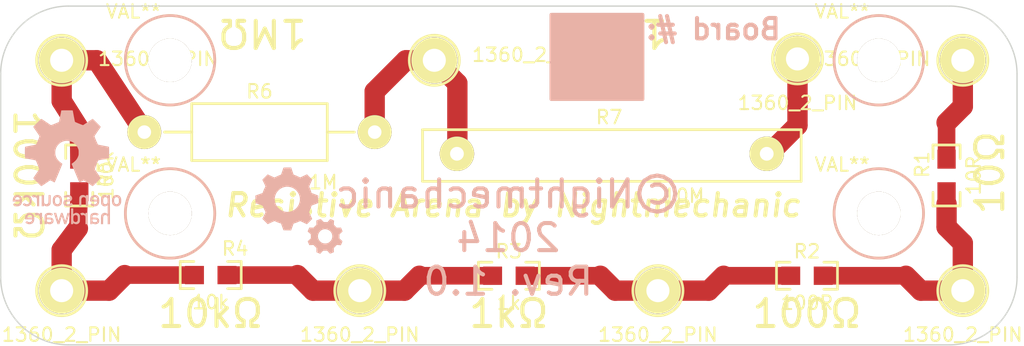
<source format=kicad_pcb>
(kicad_pcb (version 3) (host pcbnew "(2014-01-19 BZR 4624)-product")

  (general
    (links 14)
    (no_connects 0)
    (area 14.766238 12.921 90.733762 40.279)
    (thickness 1.6)
    (drawings 18)
    (tracks 42)
    (zones 0)
    (modules 21)
    (nets 9)
  )

  (page A4)
  (layers
    (15 F.Cu signal)
    (0 B.Cu signal)
    (16 B.Adhes user)
    (17 F.Adhes user)
    (18 B.Paste user)
    (19 F.Paste user)
    (20 B.SilkS user)
    (21 F.SilkS user)
    (22 B.Mask user)
    (23 F.Mask user)
    (24 Dwgs.User user)
    (25 Cmts.User user)
    (26 Eco1.User user)
    (27 Eco2.User user)
    (28 Edge.Cuts user)
  )

  (setup
    (last_trace_width 0.254)
    (trace_clearance 0.254)
    (zone_clearance 0.508)
    (zone_45_only no)
    (trace_min 0.254)
    (segment_width 0.2)
    (edge_width 0.1)
    (via_size 0.889)
    (via_drill 0.635)
    (via_min_size 0.889)
    (via_min_drill 0.508)
    (uvia_size 0.508)
    (uvia_drill 0.127)
    (uvias_allowed no)
    (uvia_min_size 0.508)
    (uvia_min_drill 0.127)
    (pcb_text_width 0.3)
    (pcb_text_size 1.5 1.5)
    (mod_edge_width 0.2)
    (mod_text_size 1 1)
    (mod_text_width 0.15)
    (pad_size 3.2 3.2)
    (pad_drill 3.2)
    (pad_to_mask_clearance 0.2)
    (aux_axis_origin 0 0)
    (grid_origin 15 15)
    (visible_elements 7FFEFFFF)
    (pcbplotparams
      (layerselection 284196865)
      (usegerberextensions true)
      (excludeedgelayer true)
      (linewidth 0.150000)
      (plotframeref false)
      (viasonmask false)
      (mode 1)
      (useauxorigin false)
      (hpglpennumber 1)
      (hpglpenspeed 20)
      (hpglpendiameter 15)
      (hpglpenoverlay 2)
      (psnegative false)
      (psa4output false)
      (plotreference true)
      (plotvalue false)
      (plotothertext false)
      (plotinvisibletext false)
      (padsonsilk false)
      (subtractmaskfromsilk false)
      (outputformat 1)
      (mirror false)
      (drillshape 0)
      (scaleselection 1)
      (outputdirectory "Fabrication files/"))
  )

  (net 0 "")
  (net 1 "Net-(P1-Pad1)")
  (net 2 "Net-(P2-Pad1)")
  (net 3 "Net-(P3-Pad1)")
  (net 4 "Net-(P4-Pad1)")
  (net 5 "Net-(P5-Pad1)")
  (net 6 "Net-(P6-Pad1)")
  (net 7 "Net-(P7-Pad1)")
  (net 8 "Net-(P8-Pad1)")

  (net_class Default "This is the default net class."
    (clearance 0.254)
    (trace_width 0.254)
    (via_dia 0.889)
    (via_drill 0.635)
    (uvia_dia 0.508)
    (uvia_drill 0.127)
    (add_net "")
  )

  (net_class SMT_IN ""
    (clearance 0.254)
    (trace_width 1.3)
    (via_dia 0.889)
    (via_drill 0.635)
    (uvia_dia 0.508)
    (uvia_drill 0.127)
    (add_net "Net-(P1-Pad1)")
    (add_net "Net-(P2-Pad1)")
    (add_net "Net-(P3-Pad1)")
    (add_net "Net-(P4-Pad1)")
    (add_net "Net-(P5-Pad1)")
    (add_net "Net-(P6-Pad1)")
  )

  (net_class Thick ""
    (clearance 0.254)
    (trace_width 1.5)
    (via_dia 0.889)
    (via_drill 0.635)
    (uvia_dia 0.508)
    (uvia_drill 0.127)
    (add_net "Net-(P7-Pad1)")
    (add_net "Net-(P8-Pad1)")
  )

  (module Arena:KEYSTONE_1360_2 (layer F.Cu) (tedit 537E6936) (tstamp 537D2C7E)
    (at 86 19)
    (path /537D08C7)
    (fp_text reference P1 (at 0 3.1) (layer F.SilkS) hide
      (effects (font (size 1 1) (thickness 0.15)))
    )
    (fp_text value 1360_2_PIN (at -6.8 -0.1) (layer F.SilkS)
      (effects (font (size 1 1) (thickness 0.15)))
    )
    (fp_circle (center 0 0) (end 1.85 0) (layer F.SilkS) (width 0.2))
    (pad 1 thru_hole circle (at 0 0) (size 3.4 3.4) (drill 1.7) (layers *.Cu *.Mask F.SilkS)
      (net 1 "Net-(P1-Pad1)"))
  )

  (module Arena:KEYSTONE_1360_2 (layer F.Cu) (tedit 537E692C) (tstamp 537D2612)
    (at 86 36)
    (path /537D084F)
    (fp_text reference P2 (at 0.05 -3.15) (layer F.SilkS) hide
      (effects (font (size 1 1) (thickness 0.15)))
    )
    (fp_text value 1360_2_PIN (at 0 3.25) (layer F.SilkS)
      (effects (font (size 1 1) (thickness 0.15)))
    )
    (fp_circle (center 0 0) (end 1.85 0) (layer F.SilkS) (width 0.2))
    (pad 1 thru_hole circle (at 0 0) (size 3.4 3.4) (drill 1.7) (layers *.Cu *.Mask F.SilkS)
      (net 2 "Net-(P2-Pad1)"))
  )

  (module Arena:KEYSTONE_1360_2 (layer F.Cu) (tedit 537E6926) (tstamp 537D20E0)
    (at 63.5 36)
    (path /537D0863)
    (fp_text reference P3 (at 0.05 -3.15) (layer F.SilkS) hide
      (effects (font (size 1 1) (thickness 0.15)))
    )
    (fp_text value 1360_2_PIN (at 0 3.25) (layer F.SilkS)
      (effects (font (size 1 1) (thickness 0.15)))
    )
    (fp_circle (center 0 0) (end 1.85 0) (layer F.SilkS) (width 0.2))
    (pad 1 thru_hole circle (at 0 0) (size 3.4 3.4) (drill 1.7) (layers *.Cu *.Mask F.SilkS)
      (net 3 "Net-(P3-Pad1)"))
  )

  (module Arena:KEYSTONE_1360_2 (layer F.Cu) (tedit 537E691B) (tstamp 537D20E6)
    (at 41.5 36)
    (path /537D0877)
    (fp_text reference P4 (at 0.05 -3.15) (layer F.SilkS) hide
      (effects (font (size 1 1) (thickness 0.15)))
    )
    (fp_text value 1360_2_PIN (at 0 3.25) (layer F.SilkS)
      (effects (font (size 1 1) (thickness 0.15)))
    )
    (fp_circle (center 0 0) (end 1.85 0) (layer F.SilkS) (width 0.2))
    (pad 1 thru_hole circle (at 0 0) (size 3.4 3.4) (drill 1.7) (layers *.Cu *.Mask F.SilkS)
      (net 4 "Net-(P4-Pad1)"))
  )

  (module Arena:KEYSTONE_1360_2 (layer F.Cu) (tedit 537E6910) (tstamp 537D20EC)
    (at 19.5 36)
    (path /537D088B)
    (fp_text reference P5 (at 0.05 -3.15) (layer F.SilkS) hide
      (effects (font (size 1 1) (thickness 0.15)))
    )
    (fp_text value 1360_2_PIN (at 0 3.25) (layer F.SilkS)
      (effects (font (size 1 1) (thickness 0.15)))
    )
    (fp_circle (center 0 0) (end 1.85 0) (layer F.SilkS) (width 0.2))
    (pad 1 thru_hole circle (at 0 0) (size 3.4 3.4) (drill 1.7) (layers *.Cu *.Mask F.SilkS)
      (net 5 "Net-(P5-Pad1)"))
  )

  (module Arena:KEYSTONE_1360_2 (layer F.Cu) (tedit 537E68F8) (tstamp 537D20F2)
    (at 19.5 19)
    (path /537D089F)
    (fp_text reference P6 (at -0.1 3) (layer F.SilkS) hide
      (effects (font (size 1 1) (thickness 0.15)))
    )
    (fp_text value 1360_2_PIN (at 7.1 -0.1) (layer F.SilkS)
      (effects (font (size 1 1) (thickness 0.15)))
    )
    (fp_circle (center 0 0) (end 1.85 0) (layer F.SilkS) (width 0.2))
    (pad 1 thru_hole circle (at 0 0) (size 3.4 3.4) (drill 1.7) (layers *.Cu *.Mask F.SilkS)
      (net 6 "Net-(P6-Pad1)"))
  )

  (module Arena:KEYSTONE_1360_2 (layer F.Cu) (tedit 537E6945) (tstamp 537D20F8)
    (at 47 19)
    (path /537D08B3)
    (fp_text reference P7 (at 0.1 2.9) (layer F.SilkS) hide
      (effects (font (size 1 1) (thickness 0.15)))
    )
    (fp_text value 1360_2_PIN (at 7.2 -0.4) (layer F.SilkS)
      (effects (font (size 1 1) (thickness 0.15)))
    )
    (fp_circle (center 0 0) (end 1.85 0) (layer F.SilkS) (width 0.2))
    (pad 1 thru_hole circle (at 0 0) (size 3.4 3.4) (drill 1.7) (layers *.Cu *.Mask F.SilkS)
      (net 7 "Net-(P7-Pad1)"))
  )

  (module Arena:VISHAY_PTF65 (layer F.Cu) (tedit 537E66EC) (tstamp 537D2143)
    (at 34.1 24.3 180)
    (path /537D042B)
    (fp_text reference R6 (at 0 3 180) (layer F.SilkS)
      (effects (font (size 1 1) (thickness 0.15)))
    )
    (fp_text value 1M (at -4.7 -3.7 180) (layer F.SilkS)
      (effects (font (size 1 1) (thickness 0.15)))
    )
    (fp_line (start -5 0) (end -5 -2.1) (layer F.SilkS) (width 0.2))
    (fp_line (start -5 -2.1) (end 5 -2.1) (layer F.SilkS) (width 0.2))
    (fp_line (start 5 -2.1) (end 5 0) (layer F.SilkS) (width 0.2))
    (fp_line (start 5 0) (end 7 0) (layer F.SilkS) (width 0.2))
    (fp_line (start 7 0) (end 5 0) (layer F.SilkS) (width 0.2))
    (fp_line (start 5 0) (end 5 2.1) (layer F.SilkS) (width 0.2))
    (fp_line (start 5 2.1) (end -5 2.1) (layer F.SilkS) (width 0.2))
    (fp_line (start -5 2.1) (end -5 0) (layer F.SilkS) (width 0.2))
    (fp_line (start -7 0) (end -5 0) (layer F.SilkS) (width 0.2))
    (pad 1 thru_hole circle (at -8.5 0 180) (size 2.5 2.5) (drill 1) (layers *.Cu *.Mask F.SilkS)
      (net 7 "Net-(P7-Pad1)"))
    (pad 2 thru_hole circle (at 8.5 0 180) (size 2.5 2.5) (drill 1) (layers *.Cu *.Mask F.SilkS)
      (net 6 "Net-(P6-Pad1)"))
  )

  (module Arena:SLIM_MOX10403 (layer F.Cu) (tedit 537E66F5) (tstamp 537E6DC7)
    (at 60.1 25.9 180)
    (path /537D043F)
    (fp_text reference R7 (at 0.2 2.7 180) (layer F.SilkS)
      (effects (font (size 1 1) (thickness 0.15)))
    )
    (fp_text value 10M (at -5.3 -3.1 180) (layer F.SilkS)
      (effects (font (size 1 1) (thickness 0.15)))
    )
    (fp_line (start -13.97 1.778) (end 13.97 1.778) (layer F.SilkS) (width 0.2))
    (fp_line (start 13.97 1.778) (end 13.97 -2.032) (layer F.SilkS) (width 0.2))
    (fp_line (start 13.97 -2.032) (end -13.97 -2.032) (layer F.SilkS) (width 0.2))
    (fp_line (start -13.97 -2.032) (end -13.97 1.778) (layer F.SilkS) (width 0.2))
    (pad 1 thru_hole circle (at -11.43 0 180) (size 2.54 2.54) (drill 1.016) (layers *.Cu *.Mask F.SilkS)
      (net 8 "Net-(P8-Pad1)"))
    (pad 2 thru_hole circle (at 11.43 0 180) (size 2.54 2.54) (drill 1.016) (layers *.Cu *.Mask F.SilkS)
      (net 7 "Net-(P7-Pad1)"))
  )

  (module Arena:Mechanical_M3 (layer F.Cu) (tedit 537E527D) (tstamp 537D34C5)
    (at 27.5 30.3)
    (fp_text reference Mechanical_M3 (at 0.1 -4.9) (layer F.SilkS) hide
      (effects (font (size 1 1) (thickness 0.15)))
    )
    (fp_text value VAL** (at -2.7 -3.6) (layer F.SilkS)
      (effects (font (size 1 1) (thickness 0.15)))
    )
    (fp_circle (center 0 0) (end 3.3 0) (layer F.SilkS) (width 0.2))
    (fp_circle (center 0 0) (end 3.3 0) (layer B.SilkS) (width 0.2))
    (pad "" thru_hole circle (at 0 0) (size 3.2 3.2) (drill 3.2) (layers *.Cu *.Mask F.SilkS))
  )

  (module Arena:Mechanical_M3 (layer F.Cu) (tedit 537E527D) (tstamp 537D3280)
    (at 27.5 19)
    (fp_text reference Mechanical_M3 (at 0.1 -4.9) (layer F.SilkS) hide
      (effects (font (size 1 1) (thickness 0.15)))
    )
    (fp_text value VAL** (at -2.7 -3.6) (layer F.SilkS)
      (effects (font (size 1 1) (thickness 0.15)))
    )
    (fp_circle (center 0 0) (end 3.3 0) (layer F.SilkS) (width 0.2))
    (fp_circle (center 0 0) (end 3.3 0) (layer B.SilkS) (width 0.2))
    (pad "" thru_hole circle (at 0 0) (size 3.2 3.2) (drill 3.2) (layers *.Cu *.Mask F.SilkS))
  )

  (module Arena:Mechanical_M3 (layer F.Cu) (tedit 537E527D) (tstamp 537D3273)
    (at 79.8 19)
    (fp_text reference Mechanical_M3 (at 0.1 -4.9) (layer F.SilkS) hide
      (effects (font (size 1 1) (thickness 0.15)))
    )
    (fp_text value VAL** (at -2.7 -3.6) (layer F.SilkS)
      (effects (font (size 1 1) (thickness 0.15)))
    )
    (fp_circle (center 0 0) (end 3.3 0) (layer F.SilkS) (width 0.2))
    (fp_circle (center 0 0) (end 3.3 0) (layer B.SilkS) (width 0.2))
    (pad "" thru_hole circle (at 0 0) (size 3.2 3.2) (drill 3.2) (layers *.Cu *.Mask F.SilkS))
  )

  (module Arena:Mechanical_M3 (layer F.Cu) (tedit 537E527D) (tstamp 537D32FB)
    (at 79.8 30.3)
    (fp_text reference Mechanical_M3 (at 0.1 -4.9) (layer F.SilkS) hide
      (effects (font (size 1 1) (thickness 0.15)))
    )
    (fp_text value VAL** (at -2.7 -3.6) (layer F.SilkS)
      (effects (font (size 1 1) (thickness 0.15)))
    )
    (fp_circle (center 0 0) (end 3.3 0) (layer F.SilkS) (width 0.2))
    (fp_circle (center 0 0) (end 3.3 0) (layer B.SilkS) (width 0.2))
    (pad "" thru_hole circle (at 0 0) (size 3.2 3.2) (drill 3.2) (layers *.Cu *.Mask F.SilkS))
  )

  (module Logos:OSHW_F.SilkS_8mm_flipped (layer B.Cu) (tedit 537E54D8) (tstamp 537E5B76)
    (at 19.9 26.9)
    (fp_text reference VAL (at 0 0) (layer B.SilkS) hide
      (effects (font (size 0.381 0.381) (thickness 0.127)) (justify mirror))
    )
    (fp_text value REF (at 0 0) (layer B.SilkS) hide
      (effects (font (size 0.381 0.381) (thickness 0.127)) (justify mirror))
    )
    (fp_poly (pts (xy 1.7145 4.19354) (xy 1.79324 4.19354) (xy 1.87198 4.19354) (xy 1.87198 4.15798)
      (xy 1.87198 3.89128) (xy 1.87198 3.83794) (xy 1.98882 3.83794) (xy 2.06248 3.84048)
      (xy 2.11582 3.84556) (xy 2.15392 3.85318) (xy 2.18186 3.86588) (xy 2.20218 3.8862)
      (xy 2.2098 3.90144) (xy 2.2225 3.92938) (xy 2.2225 3.9497) (xy 2.21488 3.9751)
      (xy 2.21488 3.97764) (xy 2.18694 4.01574) (xy 2.16408 4.03098) (xy 2.13106 4.0386)
      (xy 2.08788 4.04368) (xy 2.03962 4.04622) (xy 1.99136 4.04368) (xy 1.95326 4.04114)
      (xy 1.93294 4.03352) (xy 1.905 4.00812) (xy 1.88468 3.96748) (xy 1.87198 3.91668)
      (xy 1.87198 3.89128) (xy 1.87198 4.15798) (xy 1.87198 4.13258) (xy 1.87452 4.11988)
      (xy 1.87452 4.11988) (xy 1.88468 4.1275) (xy 1.90246 4.14274) (xy 1.91262 4.15036)
      (xy 1.9431 4.17322) (xy 1.98374 4.18846) (xy 2.01168 4.19354) (xy 2.04978 4.19862)
      (xy 2.07772 4.2037) (xy 2.10312 4.20116) (xy 2.1336 4.19862) (xy 2.15646 4.19354)
      (xy 2.22504 4.17322) (xy 2.286 4.1402) (xy 2.32156 4.10464) (xy 2.35458 4.04876)
      (xy 2.37236 3.98526) (xy 2.37236 3.91922) (xy 2.35712 3.85826) (xy 2.32664 3.80238)
      (xy 2.28092 3.75666) (xy 2.26314 3.7465) (xy 2.24282 3.7338) (xy 2.22504 3.72618)
      (xy 2.20218 3.7211) (xy 2.17424 3.71602) (xy 2.13614 3.71348) (xy 2.08026 3.71094)
      (xy 2.0447 3.71094) (xy 1.87706 3.70586) (xy 1.87198 3.65506) (xy 1.87452 3.60172)
      (xy 1.88722 3.56362) (xy 1.91516 3.53568) (xy 1.9558 3.52044) (xy 2.01422 3.51282)
      (xy 2.04724 3.51028) (xy 2.09296 3.51282) (xy 2.12344 3.51536) (xy 2.14884 3.52552)
      (xy 2.16916 3.53822) (xy 2.18948 3.55092) (xy 2.20726 3.556) (xy 2.2225 3.55346)
      (xy 2.24536 3.54076) (xy 2.27584 3.51536) (xy 2.286 3.50774) (xy 2.3368 3.46964)
      (xy 2.30124 3.43662) (xy 2.26568 3.40614) (xy 2.23012 3.38582) (xy 2.1844 3.37312)
      (xy 2.1463 3.36296) (xy 2.06756 3.35534) (xy 1.98882 3.35788) (xy 1.91516 3.37058)
      (xy 1.84912 3.39344) (xy 1.79578 3.42646) (xy 1.77292 3.44932) (xy 1.75768 3.46964)
      (xy 1.74498 3.48742) (xy 1.73482 3.51028) (xy 1.7272 3.53568) (xy 1.72212 3.57124)
      (xy 1.71704 3.61442) (xy 1.7145 3.6703) (xy 1.7145 3.74142) (xy 1.7145 3.83032)
      (xy 1.7145 3.88366) (xy 1.7145 4.19354) (xy 1.7145 4.19354)) (layer B.SilkS) (width 0.00254))
    (fp_poly (pts (xy 0.29464 4.19354) (xy 0.37338 4.19354) (xy 0.45212 4.19354) (xy 0.45212 4.1529)
      (xy 0.45466 4.12242) (xy 0.46228 4.11226) (xy 0.46228 3.7846) (xy 0.46228 3.71348)
      (xy 0.46736 3.66014) (xy 0.47752 3.6195) (xy 0.49022 3.58648) (xy 0.51308 3.56108)
      (xy 0.5207 3.55346) (xy 0.56388 3.5306) (xy 0.61468 3.5179) (xy 0.66802 3.52298)
      (xy 0.71882 3.54076) (xy 0.74676 3.56362) (xy 0.76708 3.5941) (xy 0.77978 3.63728)
      (xy 0.7874 3.6957) (xy 0.78994 3.76936) (xy 0.78994 3.77698) (xy 0.7874 3.83032)
      (xy 0.78486 3.87858) (xy 0.78232 3.91668) (xy 0.77724 3.937) (xy 0.75692 3.9751)
      (xy 0.72644 4.00812) (xy 0.6985 4.0259) (xy 0.6604 4.03606) (xy 0.61214 4.03606)
      (xy 0.56642 4.0259) (xy 0.53848 4.01574) (xy 0.508 3.99034) (xy 0.48514 3.95478)
      (xy 0.4699 3.90906) (xy 0.46228 3.84556) (xy 0.46228 3.7846) (xy 0.46228 4.11226)
      (xy 0.46228 4.11226) (xy 0.47752 4.11988) (xy 0.48768 4.13004) (xy 0.52324 4.15798)
      (xy 0.57404 4.1783) (xy 0.63246 4.19354) (xy 0.69088 4.19862) (xy 0.73406 4.19354)
      (xy 0.8001 4.17068) (xy 0.85852 4.13258) (xy 0.90424 4.07924) (xy 0.93726 4.01828)
      (xy 0.93726 4.01066) (xy 0.94488 3.98018) (xy 0.94742 3.92938) (xy 0.94996 3.85826)
      (xy 0.94996 3.76936) (xy 0.94996 3.76936) (xy 0.94996 3.69824) (xy 0.94996 3.6449)
      (xy 0.94742 3.6068) (xy 0.94488 3.57632) (xy 0.9398 3.55346) (xy 0.93472 3.53314)
      (xy 0.9271 3.51282) (xy 0.88646 3.44932) (xy 0.83566 3.4036) (xy 0.76962 3.37312)
      (xy 0.70866 3.35788) (xy 0.64262 3.35788) (xy 0.57912 3.37566) (xy 0.51562 3.41122)
      (xy 0.48514 3.43154) (xy 0.46482 3.44424) (xy 0.4572 3.44678) (xy 0.45466 3.43916)
      (xy 0.45466 3.41122) (xy 0.45212 3.36804) (xy 0.45212 3.31216) (xy 0.45212 3.2512)
      (xy 0.45212 3.2385) (xy 0.45212 3.02768) (xy 0.37338 3.02768) (xy 0.29464 3.02768)
      (xy 0.29464 3.61188) (xy 0.29464 4.19354) (xy 0.29464 4.19354)) (layer B.SilkS) (width 0.00254))
    (fp_poly (pts (xy -1.66116 4.19354) (xy -1.57734 4.19354) (xy -1.49352 4.19354) (xy -1.49352 3.90398)
      (xy -1.49352 3.8354) (xy -1.35636 3.83794) (xy -1.30048 3.84048) (xy -1.2573 3.84302)
      (xy -1.22936 3.8481) (xy -1.21158 3.85318) (xy -1.19634 3.8608) (xy -1.19126 3.86334)
      (xy -1.16078 3.8989) (xy -1.15062 3.937) (xy -1.1557 3.9751) (xy -1.17856 4.00812)
      (xy -1.20904 4.02844) (xy -1.2446 4.04114) (xy -1.2954 4.04622) (xy -1.34874 4.04622)
      (xy -1.397 4.04114) (xy -1.4351 4.03352) (xy -1.46304 4.01574) (xy -1.48082 3.99542)
      (xy -1.49098 3.9624) (xy -1.49352 3.91414) (xy -1.49352 3.90398) (xy -1.49352 4.19354)
      (xy -1.49352 4.15544) (xy -1.49098 4.1148) (xy -1.4732 4.1402) (xy -1.4478 4.16052)
      (xy -1.41732 4.1783) (xy -1.41732 4.1783) (xy -1.37922 4.18846) (xy -1.32842 4.19608)
      (xy -1.27762 4.19862) (xy -1.23444 4.19862) (xy -1.16078 4.1783) (xy -1.09474 4.14528)
      (xy -1.04648 4.09702) (xy -1.016 4.04622) (xy -1.0033 3.99796) (xy -0.99822 3.93954)
      (xy -1.00584 3.8862) (xy -1.016 3.85064) (xy -1.0414 3.80238) (xy -1.0795 3.76428)
      (xy -1.1303 3.73634) (xy -1.15316 3.72618) (xy -1.17602 3.71856) (xy -1.20142 3.71602)
      (xy -1.23444 3.71348) (xy -1.28016 3.71094) (xy -1.33858 3.71094) (xy -1.49352 3.71094)
      (xy -1.49352 3.63982) (xy -1.49098 3.59918) (xy -1.48844 3.57378) (xy -1.47828 3.556)
      (xy -1.46558 3.54076) (xy -1.45288 3.5306) (xy -1.43764 3.52298) (xy -1.41478 3.5179)
      (xy -1.38176 3.5179) (xy -1.3335 3.51536) (xy -1.33096 3.51536) (xy -1.28016 3.5179)
      (xy -1.24714 3.5179) (xy -1.22428 3.52298) (xy -1.20904 3.5306) (xy -1.19634 3.54076)
      (xy -1.17602 3.556) (xy -1.16332 3.56362) (xy -1.16332 3.56362) (xy -1.15062 3.55854)
      (xy -1.12776 3.54076) (xy -1.09982 3.52044) (xy -1.07442 3.49758) (xy -1.0541 3.47726)
      (xy -1.04648 3.4671) (xy -1.04648 3.46456) (xy -1.0541 3.45186) (xy -1.07696 3.43154)
      (xy -1.10744 3.40868) (xy -1.14046 3.38836) (xy -1.17348 3.37566) (xy -1.1811 3.37312)
      (xy -1.22174 3.3655) (xy -1.27254 3.36042) (xy -1.3335 3.36042) (xy -1.39446 3.36296)
      (xy -1.4478 3.36804) (xy -1.48844 3.37566) (xy -1.49098 3.3782) (xy -1.55448 3.41122)
      (xy -1.60274 3.4544) (xy -1.63068 3.49758) (xy -1.6383 3.51282) (xy -1.64338 3.52806)
      (xy -1.64846 3.5433) (xy -1.651 3.56616) (xy -1.65354 3.59664) (xy -1.65608 3.63474)
      (xy -1.65608 3.68808) (xy -1.65862 3.75412) (xy -1.65862 3.83794) (xy -1.65862 3.87096)
      (xy -1.66116 4.19354) (xy -1.66116 4.19354)) (layer B.SilkS) (width 0.00254))
    (fp_poly (pts (xy -3.10134 3.83794) (xy -2.9337 3.83794) (xy -2.9337 3.71094) (xy -2.9337 3.68046)
      (xy -2.92608 3.64236) (xy -2.90576 3.59918) (xy -2.87782 3.56108) (xy -2.84988 3.53568)
      (xy -2.81432 3.5179) (xy -2.77114 3.51028) (xy -2.75844 3.51028) (xy -2.69748 3.5179)
      (xy -2.65176 3.53822) (xy -2.61874 3.57124) (xy -2.6035 3.59918) (xy -2.5908 3.6322)
      (xy -2.58318 3.66776) (xy -2.5781 3.69316) (xy -2.58064 3.70078) (xy -2.59334 3.70332)
      (xy -2.62382 3.7084) (xy -2.66954 3.7084) (xy -2.72796 3.71094) (xy -2.76098 3.71094)
      (xy -2.9337 3.71094) (xy -2.9337 3.83794) (xy -2.83718 3.83794) (xy -2.7559 3.83794)
      (xy -2.68986 3.83794) (xy -2.64414 3.83794) (xy -2.61112 3.84048) (xy -2.58826 3.84556)
      (xy -2.5781 3.85318) (xy -2.57556 3.86588) (xy -2.5781 3.88112) (xy -2.58318 3.90144)
      (xy -2.58572 3.9116) (xy -2.61112 3.96494) (xy -2.64922 4.00558) (xy -2.70002 4.03352)
      (xy -2.7559 4.04622) (xy -2.8194 4.04368) (xy -2.88036 4.02336) (xy -2.91338 4.00558)
      (xy -2.96672 3.97256) (xy -3.0226 4.02082) (xy -3.07848 4.06908) (xy -3.03276 4.10972)
      (xy -2.96926 4.1529) (xy -2.89306 4.18338) (xy -2.80924 4.19862) (xy -2.72796 4.19608)
      (xy -2.70764 4.19354) (xy -2.62636 4.17068) (xy -2.55524 4.13258) (xy -2.49936 4.0767)
      (xy -2.45872 4.00558) (xy -2.43078 3.92176) (xy -2.41808 3.82016) (xy -2.41808 3.78206)
      (xy -2.4257 3.67792) (xy -2.44602 3.58648) (xy -2.48158 3.50774) (xy -2.53238 3.44424)
      (xy -2.59334 3.39852) (xy -2.62128 3.38328) (xy -2.68224 3.3655) (xy -2.75336 3.35788)
      (xy -2.82448 3.36296) (xy -2.88798 3.38074) (xy -2.8956 3.38328) (xy -2.96672 3.42646)
      (xy -3.0226 3.48234) (xy -3.06324 3.556) (xy -3.08864 3.64236) (xy -3.10134 3.7465)
      (xy -3.10134 3.77698) (xy -3.10134 3.83794) (xy -3.10134 3.83794)) (layer B.SilkS) (width 0.00254))
    (fp_poly (pts (xy 2.5019 4.19354) (xy 2.58064 4.19354) (xy 2.65684 4.19354) (xy 2.66192 3.91922)
      (xy 2.66192 3.83032) (xy 2.66446 3.7592) (xy 2.667 3.70586) (xy 2.66954 3.66268)
      (xy 2.67716 3.6322) (xy 2.68478 3.60934) (xy 2.69494 3.58902) (xy 2.70764 3.57378)
      (xy 2.72542 3.556) (xy 2.72542 3.556) (xy 2.7686 3.52806) (xy 2.8194 3.5179)
      (xy 2.8702 3.52298) (xy 2.91846 3.5433) (xy 2.9591 3.57632) (xy 2.97688 3.6068)
      (xy 2.98196 3.6195) (xy 2.98704 3.63728) (xy 2.99212 3.66014) (xy 2.99212 3.69062)
      (xy 2.99466 3.7338) (xy 2.99466 3.78968) (xy 2.9972 3.86334) (xy 2.9972 3.91922)
      (xy 2.9972 4.19354) (xy 3.08102 4.19354) (xy 3.16484 4.19354) (xy 3.16484 3.12166)
      (xy 3.16484 2.04978) (xy 3.08102 2.04978) (xy 2.9972 2.04978) (xy 2.9972 2.09296)
      (xy 2.9972 2.13868) (xy 2.96672 2.11074) (xy 2.91338 2.07264) (xy 2.84734 2.04724)
      (xy 2.77622 2.03962) (xy 2.70256 2.04724) (xy 2.68732 2.05232) (xy 2.64414 2.07264)
      (xy 2.59842 2.1082) (xy 2.55778 2.15138) (xy 2.52984 2.1971) (xy 2.5273 2.20472)
      (xy 2.51968 2.22504) (xy 2.5146 2.25044) (xy 2.51206 2.28092) (xy 2.50952 2.32156)
      (xy 2.50698 2.3749) (xy 2.50698 2.44602) (xy 2.50698 2.45872) (xy 2.50698 2.54508)
      (xy 2.50952 2.61112) (xy 2.5146 2.66192) (xy 2.52222 2.70256) (xy 2.53492 2.73558)
      (xy 2.5527 2.76352) (xy 2.57556 2.78892) (xy 2.59588 2.80924) (xy 2.65938 2.85242)
      (xy 2.66446 2.85496) (xy 2.66446 2.45872) (xy 2.667 2.3876) (xy 2.67462 2.33172)
      (xy 2.68478 2.28854) (xy 2.70256 2.25806) (xy 2.72796 2.23012) (xy 2.73558 2.22504)
      (xy 2.77876 2.20472) (xy 2.82956 2.19964) (xy 2.88036 2.20726) (xy 2.92608 2.23012)
      (xy 2.96164 2.26314) (xy 2.9718 2.27838) (xy 2.98196 2.3114) (xy 2.98704 2.35966)
      (xy 2.99212 2.41554) (xy 2.99212 2.4765) (xy 2.98958 2.53746) (xy 2.9845 2.58826)
      (xy 2.97688 2.6289) (xy 2.9718 2.6416) (xy 2.94132 2.67716) (xy 2.89814 2.7051)
      (xy 2.84988 2.7178) (xy 2.79908 2.72034) (xy 2.75082 2.7051) (xy 2.73558 2.69494)
      (xy 2.70764 2.66954) (xy 2.68732 2.63906) (xy 2.67462 2.60096) (xy 2.66954 2.55016)
      (xy 2.667 2.48158) (xy 2.66446 2.45872) (xy 2.66446 2.85496) (xy 2.72542 2.87528)
      (xy 2.79654 2.88036) (xy 2.86766 2.86766) (xy 2.9337 2.8321) (xy 2.96164 2.81178)
      (xy 2.9972 2.78384) (xy 2.9972 3.11658) (xy 2.9972 3.44932) (xy 2.95656 3.4163)
      (xy 2.89052 3.3782) (xy 2.82194 3.35788) (xy 2.75082 3.35534) (xy 2.68224 3.37312)
      (xy 2.6162 3.40868) (xy 2.58572 3.43916) (xy 2.56286 3.46202) (xy 2.54508 3.48234)
      (xy 2.53238 3.50774) (xy 2.51968 3.53568) (xy 2.51206 3.57124) (xy 2.50698 3.61696)
      (xy 2.50444 3.67284) (xy 2.5019 3.74396) (xy 2.5019 3.83286) (xy 2.5019 3.89636)
      (xy 2.5019 4.19354) (xy 2.5019 4.19354)) (layer B.SilkS) (width 0.00254))
    (fp_poly (pts (xy 0.97282 3.41884) (xy 0.98044 3.43408) (xy 1.00076 3.45694) (xy 1.02108 3.48234)
      (xy 1.04648 3.51282) (xy 1.0668 3.53568) (xy 1.07696 3.55092) (xy 1.0795 3.55092)
      (xy 1.08712 3.54838) (xy 1.10998 3.54076) (xy 1.11506 3.53568) (xy 1.14808 3.52552)
      (xy 1.18618 3.52044) (xy 1.20142 3.52044) (xy 1.24968 3.52552) (xy 1.29032 3.54584)
      (xy 1.32588 3.58394) (xy 1.3335 3.5941) (xy 1.33858 3.6068) (xy 1.3462 3.61696)
      (xy 1.34874 3.6322) (xy 1.35128 3.65252) (xy 1.35382 3.683) (xy 1.35636 3.72364)
      (xy 1.35636 3.77698) (xy 1.35636 3.8481) (xy 1.35636 3.9116) (xy 1.35636 4.19354)
      (xy 1.44018 4.19354) (xy 1.524 4.19354) (xy 1.524 3.77952) (xy 1.524 3.36296)
      (xy 1.44018 3.36296) (xy 1.35636 3.36296) (xy 1.35636 3.40614) (xy 1.35636 3.44932)
      (xy 1.31572 3.4163) (xy 1.26746 3.38582) (xy 1.20904 3.36296) (xy 1.15062 3.3528)
      (xy 1.14046 3.3528) (xy 1.1049 3.35788) (xy 1.06172 3.36804) (xy 1.01854 3.38328)
      (xy 0.98806 3.39852) (xy 0.98298 3.40106) (xy 0.97536 3.40868) (xy 0.97282 3.41884)
      (xy 0.97282 3.41884)) (layer B.SilkS) (width 0.00254))
    (fp_poly (pts (xy -0.97536 3.36296) (xy -0.84328 3.77952) (xy -0.70866 4.19608) (xy -0.63754 4.191)
      (xy -0.56388 4.18846) (xy -0.48006 3.90398) (xy -0.4572 3.82778) (xy -0.43688 3.76174)
      (xy -0.4191 3.70586) (xy -0.40386 3.66014) (xy -0.3937 3.62966) (xy -0.38862 3.61696)
      (xy -0.38862 3.61696) (xy -0.38354 3.62712) (xy -0.37592 3.65252) (xy -0.36068 3.69316)
      (xy -0.34544 3.7465) (xy -0.32512 3.80746) (xy -0.3048 3.87096) (xy -0.28448 3.93954)
      (xy -0.26416 4.00812) (xy -0.24384 4.07162) (xy -0.2286 4.13004) (xy -0.21844 4.16052)
      (xy -0.20828 4.19354) (xy -0.13716 4.19354) (xy -0.06604 4.19354) (xy 0.03048 3.8862)
      (xy 0.05842 3.80492) (xy 0.08382 3.7211) (xy 0.10922 3.6449) (xy 0.13208 3.57632)
      (xy 0.14986 3.5179) (xy 0.16256 3.47726) (xy 0.1651 3.47218) (xy 0.19812 3.36296)
      (xy 0.11176 3.36296) (xy 0.0254 3.36296) (xy -0.0508 3.65252) (xy -0.07112 3.72618)
      (xy -0.09144 3.79476) (xy -0.10668 3.85318) (xy -0.12192 3.8989) (xy -0.13208 3.92938)
      (xy -0.13716 3.94208) (xy -0.13716 3.94208) (xy -0.14224 3.93192) (xy -0.1524 3.90906)
      (xy -0.1651 3.8735) (xy -0.16764 3.86588) (xy -0.1778 3.83286) (xy -0.19304 3.78206)
      (xy -0.21336 3.72364) (xy -0.23368 3.65506) (xy -0.25654 3.58648) (xy -0.26162 3.57632)
      (xy -0.3302 3.36296) (xy -0.38862 3.36296) (xy -0.44704 3.36296) (xy -0.47498 3.45186)
      (xy -0.51562 3.57378) (xy -0.54864 3.67538) (xy -0.57658 3.76174) (xy -0.5969 3.82778)
      (xy -0.61468 3.87858) (xy -0.62738 3.91414) (xy -0.635 3.93446) (xy -0.64008 3.94208)
      (xy -0.64516 3.93192) (xy -0.65278 3.90398) (xy -0.66548 3.86334) (xy -0.68326 3.80746)
      (xy -0.70104 3.74142) (xy -0.72136 3.66776) (xy -0.7239 3.65252) (xy -0.80264 3.36296)
      (xy -0.889 3.36296) (xy -0.97536 3.36296) (xy -0.97536 3.36296)) (layer B.SilkS) (width 0.00254))
    (fp_poly (pts (xy -2.39776 3.4163) (xy -2.39014 3.42646) (xy -2.3749 3.44932) (xy -2.35204 3.47726)
      (xy -2.32918 3.5052) (xy -2.30632 3.53314) (xy -2.29108 3.54838) (xy -2.286 3.55346)
      (xy -2.2733 3.54838) (xy -2.25552 3.53568) (xy -2.21996 3.52298) (xy -2.17424 3.52044)
      (xy -2.12852 3.52552) (xy -2.09296 3.53822) (xy -2.06502 3.56108) (xy -2.03962 3.59156)
      (xy -2.03708 3.5941) (xy -2.02946 3.6068) (xy -2.02438 3.6195) (xy -2.0193 3.63728)
      (xy -2.01676 3.66014) (xy -2.01422 3.69316) (xy -2.01168 3.73634) (xy -2.01168 3.79476)
      (xy -2.00914 3.86842) (xy -2.00914 3.91414) (xy -2.0066 4.19354) (xy -1.92786 4.19354)
      (xy -1.84912 4.19354) (xy -1.84912 3.77952) (xy -1.84912 3.36296) (xy -1.9304 3.36296)
      (xy -2.00914 3.36296) (xy -2.00914 3.40614) (xy -2.00914 3.43154) (xy -2.01422 3.44678)
      (xy -2.01422 3.44678) (xy -2.02692 3.4417) (xy -2.04724 3.42646) (xy -2.0574 3.4163)
      (xy -2.10312 3.38836) (xy -2.159 3.3655) (xy -2.21996 3.35534) (xy -2.2606 3.35788)
      (xy -2.29616 3.36296) (xy -2.33172 3.37566) (xy -2.36474 3.3909) (xy -2.3876 3.4036)
      (xy -2.39776 3.4163) (xy -2.39776 3.4163)) (layer B.SilkS) (width 0.00254))
    (fp_poly (pts (xy 3.31216 2.45872) (xy 3.3147 2.54762) (xy 3.32486 2.62128) (xy 3.3401 2.6797)
      (xy 3.36042 2.72034) (xy 3.39598 2.7686) (xy 3.44424 2.81432) (xy 3.46964 2.82956)
      (xy 3.46964 2.4257) (xy 3.48234 2.34188) (xy 3.50266 2.28346) (xy 3.53822 2.24028)
      (xy 3.58394 2.21234) (xy 3.63982 2.19964) (xy 3.69824 2.20726) (xy 3.71602 2.21234)
      (xy 3.75666 2.23266) (xy 3.7846 2.25806) (xy 3.80492 2.29362) (xy 3.81762 2.33934)
      (xy 3.82524 2.40284) (xy 3.82524 2.46126) (xy 3.82524 2.51714) (xy 3.8227 2.55778)
      (xy 3.82016 2.58572) (xy 3.81254 2.61112) (xy 3.80238 2.6289) (xy 3.76936 2.67462)
      (xy 3.72364 2.7051) (xy 3.6703 2.72034) (xy 3.61442 2.7178) (xy 3.5814 2.70764)
      (xy 3.53822 2.6797) (xy 3.5052 2.63398) (xy 3.48234 2.57556) (xy 3.46964 2.50444)
      (xy 3.46964 2.4257) (xy 3.46964 2.82956) (xy 3.49758 2.84988) (xy 3.53568 2.86512)
      (xy 3.60172 2.87782) (xy 3.67284 2.87782) (xy 3.73888 2.8702) (xy 3.77952 2.86004)
      (xy 3.82016 2.83972) (xy 3.85826 2.81686) (xy 3.87096 2.8067) (xy 3.90144 2.77622)
      (xy 3.92938 2.73812) (xy 3.95224 2.70002) (xy 3.97002 2.66446) (xy 3.97256 2.6416)
      (xy 3.97764 2.62128) (xy 3.98526 2.61112) (xy 3.9878 2.59842) (xy 3.99288 2.56794)
      (xy 3.99288 2.52222) (xy 3.99542 2.46634) (xy 3.99542 2.45872) (xy 3.99288 2.40284)
      (xy 3.99288 2.35458) (xy 3.9878 2.32156) (xy 3.98526 2.30886) (xy 3.98526 2.30886)
      (xy 3.9751 2.29362) (xy 3.97256 2.27838) (xy 3.96748 2.25044) (xy 3.9497 2.21234)
      (xy 3.9243 2.1717) (xy 3.89382 2.13614) (xy 3.87096 2.11328) (xy 3.80746 2.07264)
      (xy 3.7338 2.04724) (xy 3.65506 2.03962) (xy 3.57886 2.04724) (xy 3.5052 2.0701)
      (xy 3.4417 2.1082) (xy 3.43154 2.11582) (xy 3.38582 2.16154) (xy 3.3528 2.21234)
      (xy 3.32994 2.27076) (xy 3.31724 2.34188) (xy 3.31216 2.4257) (xy 3.31216 2.45872)
      (xy 3.31216 2.45872)) (layer B.SilkS) (width 0.00254))
    (fp_poly (pts (xy 1.7018 2.52222) (xy 1.86182 2.52222) (xy 1.86182 2.37236) (xy 1.8669 2.33426)
      (xy 1.88468 2.28854) (xy 1.91008 2.25044) (xy 1.91516 2.24536) (xy 1.95834 2.20726)
      (xy 2.01168 2.18948) (xy 2.0701 2.19202) (xy 2.11836 2.20726) (xy 2.16408 2.24282)
      (xy 2.1971 2.29108) (xy 2.21488 2.34188) (xy 2.21996 2.3876) (xy 2.03962 2.3876)
      (xy 1.97104 2.38506) (xy 1.92024 2.38506) (xy 1.88722 2.38252) (xy 1.8669 2.37998)
      (xy 1.86182 2.3749) (xy 1.86182 2.37236) (xy 1.86182 2.52222) (xy 1.96088 2.52222)
      (xy 2.21742 2.52222) (xy 2.21742 2.5527) (xy 2.2098 2.5908) (xy 2.18948 2.63398)
      (xy 2.16408 2.67208) (xy 2.13614 2.69748) (xy 2.0828 2.72034) (xy 2.02438 2.7305)
      (xy 1.96088 2.72288) (xy 1.90246 2.70256) (xy 1.86436 2.67716) (xy 1.83388 2.65176)
      (xy 1.77546 2.70256) (xy 1.71958 2.75336) (xy 1.74498 2.77876) (xy 1.76784 2.79908)
      (xy 1.80086 2.82194) (xy 1.83896 2.84226) (xy 1.87706 2.8575) (xy 1.90754 2.8702)
      (xy 1.9431 2.87528) (xy 1.99136 2.87782) (xy 2.00152 2.87782) (xy 2.06248 2.87782)
      (xy 2.11582 2.87274) (xy 2.14122 2.86512) (xy 2.21742 2.8321) (xy 2.27584 2.78384)
      (xy 2.32156 2.72288) (xy 2.35458 2.64668) (xy 2.37236 2.55524) (xy 2.37744 2.4638)
      (xy 2.36982 2.35712) (xy 2.3495 2.26568) (xy 2.31648 2.18948) (xy 2.26822 2.12852)
      (xy 2.20472 2.08026) (xy 2.1971 2.07772) (xy 2.15646 2.0574) (xy 2.11582 2.04724)
      (xy 2.06502 2.04216) (xy 2.05994 2.04216) (xy 1.97866 2.0447) (xy 1.90754 2.06502)
      (xy 1.8415 2.10312) (xy 1.80086 2.13868) (xy 1.76022 2.18694) (xy 1.72974 2.23774)
      (xy 1.71196 2.29616) (xy 1.70434 2.36728) (xy 1.7018 2.41808) (xy 1.7018 2.52222)
      (xy 1.7018 2.52222)) (layer B.SilkS) (width 0.00254))
    (fp_poly (pts (xy -0.27178 2.63906) (xy -0.26162 2.70002) (xy -0.23622 2.75336) (xy -0.20066 2.79908)
      (xy -0.19558 2.80162) (xy -0.14224 2.83718) (xy -0.08636 2.86004) (xy -0.02032 2.87274)
      (xy 0.04826 2.87782) (xy 0.10668 2.87782) (xy 0.14986 2.87528) (xy 0.18796 2.86766)
      (xy 0.21082 2.86004) (xy 0.30226 2.82448) (xy 0.37846 2.77876) (xy 0.39116 2.7686)
      (xy 0.42926 2.73558) (xy 0.37338 2.6797) (xy 0.31496 2.62382) (xy 0.2921 2.64414)
      (xy 0.23876 2.68224) (xy 0.1778 2.71018) (xy 0.1143 2.72542) (xy 0.0508 2.7305)
      (xy -0.00762 2.72288) (xy -0.05588 2.7051) (xy -0.0889 2.67716) (xy -0.10922 2.6416)
      (xy -0.11176 2.60604) (xy -0.09398 2.57556) (xy -0.0635 2.5527) (xy -0.01778 2.54)
      (xy 0.0127 2.53492) (xy 0.05842 2.52984) (xy 0.10668 2.52476) (xy 0.11938 2.52476)
      (xy 0.2032 2.50698) (xy 0.27178 2.47904) (xy 0.32258 2.4384) (xy 0.35814 2.38506)
      (xy 0.37338 2.3241) (xy 0.37084 2.25298) (xy 0.3683 2.23266) (xy 0.34544 2.17424)
      (xy 0.3048 2.1209) (xy 0.254 2.08026) (xy 0.19812 2.05486) (xy 0.10922 2.03962)
      (xy 0.01524 2.03962) (xy -0.07874 2.0574) (xy -0.1651 2.09296) (xy -0.22352 2.12598)
      (xy -0.23622 2.13614) (xy -0.24384 2.14376) (xy -0.24384 2.15392) (xy -0.23368 2.1717)
      (xy -0.21082 2.1971) (xy -0.18796 2.22758) (xy -0.15748 2.2606) (xy -0.09398 2.23012)
      (xy -0.03302 2.20472) (xy 0.02794 2.19202) (xy 0.08382 2.18948) (xy 0.13208 2.1971)
      (xy 0.17272 2.21488) (xy 0.19812 2.24282) (xy 0.20828 2.27838) (xy 0.20828 2.28854)
      (xy 0.2032 2.31648) (xy 0.1905 2.3368) (xy 0.16764 2.35204) (xy 0.13208 2.3622)
      (xy 0.08382 2.37236) (xy 0.02032 2.37998) (xy -0.05334 2.3876) (xy -0.10922 2.4003)
      (xy -0.14986 2.413) (xy -0.18542 2.43332) (xy -0.21336 2.45872) (xy -0.22098 2.46634)
      (xy -0.25146 2.51714) (xy -0.26924 2.57556) (xy -0.27178 2.63906) (xy -0.27178 2.63906)) (layer B.SilkS) (width 0.00254))
    (fp_poly (pts (xy -1.05664 2.43332) (xy -1.0541 2.5146) (xy -1.04648 2.59334) (xy -1.03124 2.66192)
      (xy -1.01346 2.70764) (xy -0.97282 2.77114) (xy -0.91694 2.8194) (xy -0.89408 2.8321)
      (xy -0.89408 2.46126) (xy -0.89154 2.38506) (xy -0.88392 2.32664) (xy -0.86868 2.28346)
      (xy -0.84582 2.25044) (xy -0.81534 2.22758) (xy -0.78232 2.21234) (xy -0.72136 2.19964)
      (xy -0.66802 2.20472) (xy -0.61976 2.23012) (xy -0.57912 2.27076) (xy -0.55372 2.3241)
      (xy -0.5461 2.3495) (xy -0.54102 2.39522) (xy -0.53848 2.4511) (xy -0.54102 2.50698)
      (xy -0.5461 2.56032) (xy -0.55372 2.6035) (xy -0.56134 2.62382) (xy -0.5969 2.67462)
      (xy -0.64262 2.70764) (xy -0.6985 2.72034) (xy -0.75438 2.71526) (xy -0.8001 2.70002)
      (xy -0.83566 2.67716) (xy -0.86106 2.64668) (xy -0.87884 2.60858) (xy -0.889 2.55778)
      (xy -0.89408 2.4892) (xy -0.89408 2.46126) (xy -0.89408 2.8321) (xy -0.84836 2.85496)
      (xy -0.7747 2.87528) (xy -0.69342 2.88036) (xy -0.61214 2.86766) (xy -0.5969 2.86512)
      (xy -0.55626 2.8448) (xy -0.508 2.81178) (xy -0.46482 2.77114) (xy -0.4318 2.7305)
      (xy -0.42164 2.71272) (xy -0.39878 2.65176) (xy -0.38354 2.5781) (xy -0.37846 2.48412)
      (xy -0.37846 2.45872) (xy -0.381 2.36728) (xy -0.3937 2.29362) (xy -0.41148 2.23012)
      (xy -0.44196 2.17678) (xy -0.4826 2.13106) (xy -0.49784 2.11582) (xy -0.56134 2.07264)
      (xy -0.63246 2.04724) (xy -0.70866 2.03962) (xy -0.7874 2.0447) (xy -0.85852 2.06756)
      (xy -0.92456 2.10566) (xy -0.95504 2.13106) (xy -0.98298 2.16408) (xy -1.00838 2.20218)
      (xy -1.02108 2.22504) (xy -1.03886 2.28346) (xy -1.05156 2.35458) (xy -1.05664 2.43332)
      (xy -1.05664 2.43332)) (layer B.SilkS) (width 0.00254))
    (fp_poly (pts (xy -1.87198 2.8702) (xy -1.78816 2.8702) (xy -1.7018 2.8702) (xy -1.7018 2.82702)
      (xy -1.7018 2.7813) (xy -1.67386 2.80924) (xy -1.61798 2.84988) (xy -1.55194 2.87274)
      (xy -1.48336 2.88036) (xy -1.41224 2.8702) (xy -1.3716 2.85496) (xy -1.31064 2.8194)
      (xy -1.26238 2.7686) (xy -1.23698 2.72796) (xy -1.22936 2.71526) (xy -1.22428 2.70256)
      (xy -1.22174 2.68478) (xy -1.2192 2.66192) (xy -1.21666 2.63144) (xy -1.21412 2.58826)
      (xy -1.21412 2.53492) (xy -1.21158 2.4638) (xy -1.21158 2.3749) (xy -1.21158 2.36728)
      (xy -1.20904 2.04978) (xy -1.28778 2.04978) (xy -1.36652 2.04978) (xy -1.36906 2.32664)
      (xy -1.36906 2.41046) (xy -1.3716 2.4765) (xy -1.3716 2.5273) (xy -1.37414 2.56286)
      (xy -1.37668 2.5908) (xy -1.38176 2.60858) (xy -1.38684 2.62382) (xy -1.39192 2.63652)
      (xy -1.39192 2.63652) (xy -1.43002 2.68224) (xy -1.47574 2.71018) (xy -1.51638 2.72034)
      (xy -1.5748 2.7178) (xy -1.6256 2.69748) (xy -1.6637 2.66192) (xy -1.68148 2.63398)
      (xy -1.6891 2.61874) (xy -1.69418 2.6035) (xy -1.69672 2.58318) (xy -1.69926 2.55778)
      (xy -1.7018 2.52222) (xy -1.7018 2.47396) (xy -1.7018 2.41046) (xy -1.7018 2.32664)
      (xy -1.7018 2.31902) (xy -1.7018 2.04978) (xy -1.78816 2.04978) (xy -1.87198 2.04978)
      (xy -1.87198 2.45872) (xy -1.87198 2.8702) (xy -1.87198 2.8702)) (layer B.SilkS) (width 0.00254))
    (fp_poly (pts (xy -3.26898 2.18186) (xy -3.21056 2.23266) (xy -3.15468 2.28092) (xy -3.10642 2.24536)
      (xy -3.05054 2.21488) (xy -2.98958 2.19964) (xy -2.93116 2.20218) (xy -2.87528 2.2225)
      (xy -2.82702 2.25806) (xy -2.81432 2.2733) (xy -2.78638 2.3241) (xy -2.77114 2.38506)
      (xy -2.76606 2.45872) (xy -2.77114 2.53746) (xy -2.78638 2.59842) (xy -2.81432 2.64668)
      (xy -2.8575 2.68732) (xy -2.91084 2.71272) (xy -2.96926 2.72034) (xy -3.03022 2.71272)
      (xy -3.08864 2.68732) (xy -3.10642 2.67462) (xy -3.15468 2.63652) (xy -3.21056 2.68732)
      (xy -3.23596 2.71272) (xy -3.25628 2.73304) (xy -3.26644 2.7432) (xy -3.26136 2.75336)
      (xy -3.24104 2.77368) (xy -3.21056 2.794) (xy -3.17754 2.8194) (xy -3.14452 2.83972)
      (xy -3.11404 2.85496) (xy -3.10896 2.8575) (xy -3.04546 2.87274) (xy -2.9718 2.88036)
      (xy -2.89814 2.87528) (xy -2.83972 2.86004) (xy -2.76352 2.82194) (xy -2.70256 2.7686)
      (xy -2.65684 2.70256) (xy -2.62382 2.61874) (xy -2.60858 2.52476) (xy -2.60604 2.46888)
      (xy -2.60858 2.37236) (xy -2.62636 2.28854) (xy -2.65684 2.21742) (xy -2.70002 2.15646)
      (xy -2.7178 2.13868) (xy -2.76352 2.09804) (xy -2.81178 2.0701) (xy -2.86512 2.05486)
      (xy -2.93116 2.04724) (xy -2.96926 2.0447) (xy -3.02006 2.0447) (xy -3.05816 2.04724)
      (xy -3.0861 2.05486) (xy -3.11404 2.06502) (xy -3.13182 2.07264) (xy -3.17246 2.0955)
      (xy -3.21056 2.12598) (xy -3.23088 2.14122) (xy -3.26898 2.18186) (xy -3.26898 2.18186)) (layer B.SilkS) (width 0.00254))
    (fp_poly (pts (xy -4.00812 2.52222) (xy -3.84048 2.52222) (xy -3.84048 2.3876) (xy -3.8354 2.34442)
      (xy -3.81762 2.28854) (xy -3.78714 2.24282) (xy -3.74396 2.2098) (xy -3.69316 2.19202)
      (xy -3.63982 2.18948) (xy -3.58902 2.20472) (xy -3.556 2.22504) (xy -3.52298 2.2606)
      (xy -3.49758 2.30632) (xy -3.48488 2.35204) (xy -3.47726 2.3876) (xy -3.66014 2.3876)
      (xy -3.84048 2.3876) (xy -3.84048 2.52222) (xy -3.74396 2.52222) (xy -3.4798 2.52222)
      (xy -3.48488 2.56286) (xy -3.5052 2.62382) (xy -3.54076 2.67462) (xy -3.58648 2.70764)
      (xy -3.63982 2.72796) (xy -3.70078 2.7305) (xy -3.76174 2.71526) (xy -3.8227 2.68478)
      (xy -3.84556 2.66954) (xy -3.86334 2.66446) (xy -3.88112 2.66954) (xy -3.90398 2.68478)
      (xy -3.93954 2.71272) (xy -3.94462 2.71526) (xy -3.98272 2.74828) (xy -3.95986 2.77368)
      (xy -3.91668 2.81178) (xy -3.8608 2.8448) (xy -3.80746 2.86512) (xy -3.76428 2.87274)
      (xy -3.71094 2.87782) (xy -3.65252 2.87782) (xy -3.60172 2.87528) (xy -3.57886 2.8702)
      (xy -3.50774 2.84226) (xy -3.4417 2.79908) (xy -3.3909 2.74066) (xy -3.37312 2.70764)
      (xy -3.34518 2.63906) (xy -3.32994 2.55778) (xy -3.32486 2.46888) (xy -3.3274 2.37998)
      (xy -3.34264 2.29616) (xy -3.36804 2.2225) (xy -3.37312 2.21234) (xy -3.41122 2.15646)
      (xy -3.46202 2.1082) (xy -3.52044 2.0701) (xy -3.5433 2.05994) (xy -3.5814 2.04724)
      (xy -3.62204 2.04216) (xy -3.67284 2.04216) (xy -3.68046 2.04216) (xy -3.7592 2.05232)
      (xy -3.8227 2.07772) (xy -3.88112 2.11582) (xy -3.90398 2.13868) (xy -3.94208 2.18694)
      (xy -3.97002 2.24028) (xy -3.99034 2.30632) (xy -4.0005 2.38506) (xy -4.00304 2.41554)
      (xy -4.00812 2.52222) (xy -4.00812 2.52222)) (layer B.SilkS) (width 0.00254))
    (fp_poly (pts (xy 0.89154 2.8702) (xy 0.97282 2.8702) (xy 1.05156 2.8702) (xy 1.05156 2.6035)
      (xy 1.05156 2.52222) (xy 1.05156 2.45872) (xy 1.05156 2.41046) (xy 1.0541 2.3749)
      (xy 1.05664 2.34696) (xy 1.06172 2.32664) (xy 1.0668 2.3114) (xy 1.07188 2.29616)
      (xy 1.07442 2.29108) (xy 1.1049 2.24536) (xy 1.14046 2.21742) (xy 1.18618 2.20472)
      (xy 1.2192 2.20218) (xy 1.27254 2.20726) (xy 1.31318 2.22504) (xy 1.34874 2.2606)
      (xy 1.36144 2.27584) (xy 1.36652 2.28346) (xy 1.3716 2.29616) (xy 1.37668 2.3114)
      (xy 1.37922 2.33426) (xy 1.38176 2.36728) (xy 1.38176 2.413) (xy 1.3843 2.47142)
      (xy 1.3843 2.54762) (xy 1.3843 2.58572) (xy 1.38938 2.8702) (xy 1.4732 2.8702)
      (xy 1.55448 2.8702) (xy 1.55448 2.45872) (xy 1.55448 2.04978) (xy 1.47066 2.04978)
      (xy 1.38684 2.04978) (xy 1.38684 2.09296) (xy 1.38684 2.13614) (xy 1.35128 2.10566)
      (xy 1.29286 2.06502) (xy 1.22682 2.0447) (xy 1.15062 2.04216) (xy 1.14808 2.04216)
      (xy 1.08458 2.04978) (xy 1.03632 2.0701) (xy 0.9906 2.10058) (xy 0.97536 2.11582)
      (xy 0.95504 2.13868) (xy 0.93726 2.15646) (xy 0.92456 2.17678) (xy 0.9144 2.19964)
      (xy 0.90932 2.23012) (xy 0.90424 2.26822) (xy 0.89916 2.31902) (xy 0.89662 2.38252)
      (xy 0.89662 2.46126) (xy 0.89662 2.5527) (xy 0.89154 2.8702) (xy 0.89154 2.8702)) (layer B.SilkS) (width 0.00254))
    (fp_poly (pts (xy -2.61112 2.10058) (xy -2.55524 2.16916) (xy -2.49682 2.23774) (xy -2.45618 2.21488)
      (xy -2.40284 2.19964) (xy -2.34696 2.20218) (xy -2.29616 2.22504) (xy -2.25298 2.26568)
      (xy -2.24536 2.27584) (xy -2.23774 2.28346) (xy -2.23266 2.29616) (xy -2.23012 2.3114)
      (xy -2.22758 2.33426) (xy -2.22504 2.36728) (xy -2.2225 2.413) (xy -2.2225 2.47142)
      (xy -2.21996 2.54762) (xy -2.21996 2.58572) (xy -2.21742 2.8702) (xy -2.13868 2.8702)
      (xy -2.05994 2.8702) (xy -2.05994 2.45872) (xy -2.05994 2.04978) (xy -2.13868 2.04978)
      (xy -2.21742 2.04978) (xy -2.21742 2.09296) (xy -2.21742 2.1336) (xy -2.26568 2.09804)
      (xy -2.30124 2.07518) (xy -2.3368 2.0574) (xy -2.35204 2.04978) (xy -2.41046 2.03962)
      (xy -2.47396 2.04216) (xy -2.52984 2.05232) (xy -2.57556 2.07264) (xy -2.58826 2.08026)
      (xy -2.61112 2.10058) (xy -2.61112 2.10058)) (layer B.SilkS) (width 0.00254))
    (fp_poly (pts (xy -3.11404 -1.05156) (xy -3.1115 -0.97282) (xy -3.1115 -0.89662) (xy -3.10896 -0.8255)
      (xy -3.10896 -0.76708) (xy -3.10642 -0.71882) (xy -3.10134 -0.68834) (xy -3.0988 -0.67564)
      (xy -3.0861 -0.67056) (xy -3.05308 -0.66294) (xy -3.00736 -0.65278) (xy -2.9464 -0.64008)
      (xy -2.87528 -0.62738) (xy -2.794 -0.6096) (xy -2.70764 -0.59436) (xy -2.60096 -0.57404)
      (xy -2.51206 -0.55626) (xy -2.43586 -0.54102) (xy -2.37744 -0.52832) (xy -2.3368 -0.51816)
      (xy -2.31394 -0.51054) (xy -2.3114 -0.508) (xy -2.30124 -0.49276) (xy -2.286 -0.46228)
      (xy -2.26568 -0.41656) (xy -2.24028 -0.36068) (xy -2.21488 -0.29718) (xy -2.18694 -0.2286)
      (xy -2.159 -0.16002) (xy -2.1336 -0.09144) (xy -2.1082 -0.0254) (xy -2.08788 0.03302)
      (xy -2.07264 0.08128) (xy -2.05994 0.11684) (xy -2.0574 0.13716) (xy -2.0574 0.1397)
      (xy -2.06502 0.1524) (xy -2.0828 0.18288) (xy -2.1082 0.22352) (xy -2.14376 0.27686)
      (xy -2.1844 0.33782) (xy -2.23012 0.4064) (xy -2.26568 0.4572) (xy -2.3241 0.54102)
      (xy -2.37236 0.61214) (xy -2.40792 0.66802) (xy -2.4384 0.7112) (xy -2.45872 0.74422)
      (xy -2.47396 0.76708) (xy -2.48158 0.78486) (xy -2.48666 0.79756) (xy -2.48666 0.80518)
      (xy -2.48412 0.81026) (xy -2.48158 0.81788) (xy -2.47142 0.82804) (xy -2.44856 0.85344)
      (xy -2.41554 0.889) (xy -2.37236 0.93472) (xy -2.31902 0.98806) (xy -2.2606 1.04648)
      (xy -2.1971 1.10998) (xy -2.19456 1.11252) (xy -2.1209 1.18618) (xy -2.05994 1.2446)
      (xy -2.01168 1.29286) (xy -1.97358 1.32842) (xy -1.94564 1.35382) (xy -1.92278 1.3716)
      (xy -1.90754 1.38176) (xy -1.89738 1.3843) (xy -1.88976 1.3843) (xy -1.87706 1.37922)
      (xy -1.84658 1.36144) (xy -1.80594 1.3335) (xy -1.7526 1.30048) (xy -1.69164 1.25984)
      (xy -1.62306 1.21412) (xy -1.57226 1.17856) (xy -1.50114 1.1303) (xy -1.4351 1.08458)
      (xy -1.37668 1.04394) (xy -1.32588 1.01092) (xy -1.28778 0.98552) (xy -1.26238 0.97028)
      (xy -1.25476 0.9652) (xy -1.24206 0.9652) (xy -1.22682 0.9652) (xy -1.2065 0.97282)
      (xy -1.17856 0.98552) (xy -1.13792 1.00584) (xy -1.08458 1.03378) (xy -1.016 1.06934)
      (xy -0.98552 1.08712) (xy -0.9525 1.10236) (xy -0.93218 1.10998) (xy -0.91948 1.10998)
      (xy -0.91186 1.10236) (xy -0.90424 1.0922) (xy -0.89154 1.06426) (xy -0.87376 1.01854)
      (xy -0.84836 0.96012) (xy -0.81788 0.89154) (xy -0.78486 0.81026) (xy -0.7493 0.7239)
      (xy -0.70866 0.62992) (xy -0.66802 0.5334) (xy -0.62738 0.43434) (xy -0.5842 0.33528)
      (xy -0.5461 0.23622) (xy -0.50546 0.14224) (xy -0.4699 0.05588) (xy -0.43688 -0.0254)
      (xy -0.40894 -0.09652) (xy -0.38354 -0.15494) (xy -0.36576 -0.20066) (xy -0.35306 -0.23114)
      (xy -0.35052 -0.24384) (xy -0.35306 -0.25654) (xy -0.37084 -0.27686) (xy -0.4064 -0.3048)
      (xy -0.43688 -0.32766) (xy -0.5461 -0.41148) (xy -0.63754 -0.49784) (xy -0.7112 -0.58674)
      (xy -0.77216 -0.68072) (xy -0.82042 -0.78486) (xy -0.84074 -0.84836) (xy -0.85852 -0.91948)
      (xy -0.86868 -1.00584) (xy -0.87122 -1.09728) (xy -0.86868 -1.18618) (xy -0.85598 -1.27)
      (xy -0.85344 -1.28778) (xy -0.8128 -1.41478) (xy -0.75438 -1.53416) (xy -0.67818 -1.64084)
      (xy -0.58674 -1.73482) (xy -0.4826 -1.8161) (xy -0.3937 -1.8669) (xy -0.29972 -1.90754)
      (xy -0.21336 -1.93548) (xy -0.12192 -1.95072) (xy -0.02032 -1.95834) (xy -0.00508 -1.95834)
      (xy 0.09652 -1.95326) (xy 0.1905 -1.93802) (xy 0.27686 -1.91262) (xy 0.37084 -1.87452)
      (xy 0.38354 -1.8669) (xy 0.50038 -1.79832) (xy 0.60198 -1.7145) (xy 0.68834 -1.61544)
      (xy 0.75946 -1.50114) (xy 0.81788 -1.3716) (xy 0.82296 -1.35636) (xy 0.83566 -1.3208)
      (xy 0.84582 -1.29286) (xy 0.8509 -1.26238) (xy 0.85344 -1.22936) (xy 0.85598 -1.18618)
      (xy 0.85598 -1.1303) (xy 0.85598 -1.09728) (xy 0.85598 -1.0287) (xy 0.85344 -0.97282)
      (xy 0.8509 -0.93218) (xy 0.84582 -0.89662) (xy 0.8382 -0.86614) (xy 0.79502 -0.75184)
      (xy 0.74168 -0.65024) (xy 0.67564 -0.55372) (xy 0.59436 -0.46482) (xy 0.4953 -0.37846)
      (xy 0.42672 -0.32766) (xy 0.381 -0.29464) (xy 0.35306 -0.26924) (xy 0.34036 -0.25146)
      (xy 0.33782 -0.24384) (xy 0.34544 -0.2286) (xy 0.35814 -0.19304) (xy 0.37592 -0.14478)
      (xy 0.40132 -0.08382) (xy 0.4318 -0.0127) (xy 0.46482 0.06858) (xy 0.50292 0.15748)
      (xy 0.54102 0.254) (xy 0.58166 0.35052) (xy 0.6223 0.44958) (xy 0.66548 0.54864)
      (xy 0.70612 0.6477) (xy 0.74422 0.73914) (xy 0.77978 0.8255) (xy 0.8128 0.90424)
      (xy 0.84328 0.97028) (xy 0.86614 1.02616) (xy 0.88392 1.06934) (xy 0.89662 1.09474)
      (xy 0.89916 1.10236) (xy 0.90932 1.10998) (xy 0.92456 1.10998) (xy 0.94742 1.09982)
      (xy 0.97536 1.08712) (xy 1.04902 1.04648) (xy 1.10744 1.016) (xy 1.15316 0.99314)
      (xy 1.18618 0.9779) (xy 1.21158 0.96774) (xy 1.22682 0.9652) (xy 1.23952 0.9652)
      (xy 1.24206 0.9652) (xy 1.2573 0.97536) (xy 1.28524 0.99314) (xy 1.32842 1.02108)
      (xy 1.38176 1.0541) (xy 1.44272 1.09728) (xy 1.50876 1.143) (xy 1.5621 1.17856)
      (xy 1.63068 1.22682) (xy 1.69672 1.27) (xy 1.75768 1.31064) (xy 1.80848 1.34112)
      (xy 1.84658 1.36652) (xy 1.87198 1.38176) (xy 1.88214 1.3843) (xy 1.88976 1.3843)
      (xy 1.90246 1.37922) (xy 1.9177 1.36652) (xy 1.94056 1.34874) (xy 1.97104 1.3208)
      (xy 2.00914 1.28524) (xy 2.0574 1.23698) (xy 2.11836 1.17602) (xy 2.19202 1.10236)
      (xy 2.19456 1.10236) (xy 2.25806 1.03632) (xy 2.31648 0.9779) (xy 2.36982 0.92456)
      (xy 2.413 0.87884) (xy 2.44856 0.84074) (xy 2.47142 0.81534) (xy 2.48158 0.80264)
      (xy 2.48158 0.80264) (xy 2.47904 0.79756) (xy 2.47396 0.78486) (xy 2.4638 0.76708)
      (xy 2.44856 0.74422) (xy 2.4257 0.70866) (xy 2.39776 0.66548) (xy 2.35712 0.60706)
      (xy 2.30886 0.53594) (xy 2.25044 0.44958) (xy 2.23774 0.42926) (xy 2.19202 0.36322)
      (xy 2.14884 0.29972) (xy 2.11074 0.24384) (xy 2.08026 0.19812) (xy 2.05994 0.1651)
      (xy 2.04724 0.14478) (xy 2.0447 0.1397) (xy 2.04724 0.12446) (xy 2.0574 0.09398)
      (xy 2.07264 0.04826) (xy 2.09296 -0.00762) (xy 2.11582 -0.07112) (xy 2.14122 -0.1397)
      (xy 2.16916 -0.20828) (xy 2.1971 -0.2794) (xy 2.2225 -0.3429) (xy 2.2479 -0.40132)
      (xy 2.26822 -0.44958) (xy 2.286 -0.48514) (xy 2.2987 -0.50546) (xy 2.30124 -0.508)
      (xy 2.31648 -0.51562) (xy 2.3495 -0.52324) (xy 2.40284 -0.53594) (xy 2.47396 -0.55118)
      (xy 2.56032 -0.56896) (xy 2.66192 -0.58674) (xy 2.69748 -0.59436) (xy 2.78384 -0.6096)
      (xy 2.86512 -0.62484) (xy 2.93624 -0.64008) (xy 2.9972 -0.65278) (xy 3.04292 -0.66294)
      (xy 3.07594 -0.67056) (xy 3.08864 -0.67564) (xy 3.09118 -0.68834) (xy 3.09626 -0.71882)
      (xy 3.0988 -0.76708) (xy 3.0988 -0.8255) (xy 3.10134 -0.89662) (xy 3.10134 -0.97282)
      (xy 3.10388 -1.0541) (xy 3.10134 -1.13538) (xy 3.10134 -1.21666) (xy 3.10134 -1.29286)
      (xy 3.0988 -1.36144) (xy 3.09626 -1.41986) (xy 3.09372 -1.46812) (xy 3.09118 -1.4986)
      (xy 3.0861 -1.51384) (xy 3.0734 -1.51638) (xy 3.04292 -1.524) (xy 2.99466 -1.5367)
      (xy 2.9337 -1.5494) (xy 2.86258 -1.5621) (xy 2.7813 -1.57734) (xy 2.70002 -1.59258)
      (xy 2.61366 -1.61036) (xy 2.53238 -1.6256) (xy 2.45872 -1.6383) (xy 2.39776 -1.651)
      (xy 2.34696 -1.66116) (xy 2.31394 -1.66878) (xy 2.30124 -1.67386) (xy 2.29108 -1.6764)
      (xy 2.28346 -1.68148) (xy 2.27584 -1.6891) (xy 2.26822 -1.7018) (xy 2.25552 -1.72212)
      (xy 2.24282 -1.75006) (xy 2.22504 -1.78816) (xy 2.20218 -1.8415) (xy 2.1717 -1.90754)
      (xy 2.13614 -1.99136) (xy 2.12344 -2.02438) (xy 2.09042 -2.10312) (xy 2.06502 -2.16408)
      (xy 2.0447 -2.2098) (xy 2.03454 -2.24536) (xy 2.02692 -2.27076) (xy 2.02438 -2.286)
      (xy 2.02438 -2.2987) (xy 2.02692 -2.30124) (xy 2.03454 -2.31648) (xy 2.05232 -2.34696)
      (xy 2.08026 -2.39014) (xy 2.11582 -2.44348) (xy 2.159 -2.50444) (xy 2.20472 -2.57302)
      (xy 2.2479 -2.63652) (xy 2.30632 -2.72288) (xy 2.35458 -2.79146) (xy 2.39522 -2.84988)
      (xy 2.42316 -2.89306) (xy 2.44602 -2.92862) (xy 2.46126 -2.95148) (xy 2.47142 -2.96926)
      (xy 2.47904 -2.98196) (xy 2.48158 -2.98958) (xy 2.48158 -2.99212) (xy 2.47396 -3.00228)
      (xy 2.45364 -3.0226) (xy 2.42062 -3.05816) (xy 2.37998 -3.10134) (xy 2.32918 -3.15214)
      (xy 2.27076 -3.21056) (xy 2.20726 -3.27406) (xy 2.19456 -3.28676) (xy 2.11074 -3.37312)
      (xy 2.03708 -3.4417) (xy 1.9812 -3.49758) (xy 1.93802 -3.53568) (xy 1.90754 -3.56108)
      (xy 1.88976 -3.57378) (xy 1.88722 -3.57378) (xy 1.87198 -3.5687) (xy 1.84404 -3.55092)
      (xy 1.8034 -3.52552) (xy 1.75006 -3.4925) (xy 1.68656 -3.45186) (xy 1.61798 -3.40614)
      (xy 1.54432 -3.35534) (xy 1.53416 -3.34772) (xy 1.4605 -3.29692) (xy 1.38938 -3.24866)
      (xy 1.32588 -3.20802) (xy 1.27254 -3.17246) (xy 1.22936 -3.14452) (xy 1.19888 -3.1242)
      (xy 1.1811 -3.11658) (xy 1.1811 -3.11658) (xy 1.16586 -3.11912) (xy 1.13538 -3.12674)
      (xy 1.08966 -3.14452) (xy 1.03632 -3.1623) (xy 0.97536 -3.1877) (xy 0.90932 -3.2131)
      (xy 0.84328 -3.2385) (xy 0.77724 -3.26644) (xy 0.71882 -3.29184) (xy 0.66548 -3.31216)
      (xy 0.62738 -3.33248) (xy 0.59944 -3.34518) (xy 0.59182 -3.35026) (xy 0.57912 -3.37312)
      (xy 0.5715 -3.38836) (xy 0.56896 -3.4036) (xy 0.56388 -3.43662) (xy 0.55372 -3.48488)
      (xy 0.54102 -3.5433) (xy 0.52832 -3.61188) (xy 0.51308 -3.68808) (xy 0.49784 -3.76682)
      (xy 0.4826 -3.84556) (xy 0.4699 -3.9243) (xy 0.45466 -3.99796) (xy 0.44196 -4.064)
      (xy 0.4318 -4.11734) (xy 0.42418 -4.16052) (xy 0.4191 -4.18592) (xy 0.4191 -4.191)
      (xy 0.41402 -4.19608) (xy 0.39878 -4.19862) (xy 0.37338 -4.20116) (xy 0.33528 -4.20116)
      (xy 0.28194 -4.2037) (xy 0.21336 -4.2037) (xy 0.127 -4.2037) (xy 0.02286 -4.2037)
      (xy -0.00508 -4.2037) (xy -0.1143 -4.2037) (xy -0.20574 -4.2037) (xy -0.2794 -4.2037)
      (xy -0.33528 -4.20116) (xy -0.37592 -4.20116) (xy -0.4064 -4.19862) (xy -0.42164 -4.19608)
      (xy -0.42926 -4.19354) (xy -0.42926 -4.191) (xy -0.4318 -4.17068) (xy -0.43942 -4.13258)
      (xy -0.44958 -4.07924) (xy -0.45974 -4.01574) (xy -0.47498 -3.94462) (xy -0.49022 -3.86588)
      (xy -0.50546 -3.78714) (xy -0.5207 -3.70586) (xy -0.53594 -3.62712) (xy -0.55118 -3.556)
      (xy -0.56388 -3.4925) (xy -0.57404 -3.43916) (xy -0.5842 -3.39852) (xy -0.58928 -3.37566)
      (xy -0.58928 -3.37312) (xy -0.59182 -3.3655) (xy -0.5969 -3.35788) (xy -0.60198 -3.35026)
      (xy -0.61214 -3.34264) (xy -0.62992 -3.33502) (xy -0.65532 -3.32232) (xy -0.69088 -3.30708)
      (xy -0.73914 -3.28676) (xy -0.80264 -3.26136) (xy -0.88138 -3.22834) (xy -0.93472 -3.20548)
      (xy -1.01854 -3.17246) (xy -1.08712 -3.14706) (xy -1.14046 -3.12674) (xy -1.17602 -3.11658)
      (xy -1.19126 -3.11658) (xy -1.2065 -3.12166) (xy -1.23444 -3.13944) (xy -1.27762 -3.16738)
      (xy -1.32842 -3.20294) (xy -1.39192 -3.24358) (xy -1.4605 -3.29184) (xy -1.5367 -3.34264)
      (xy -1.54432 -3.34772) (xy -1.62052 -3.39852) (xy -1.6891 -3.44424) (xy -1.7526 -3.48742)
      (xy -1.80594 -3.52298) (xy -1.84912 -3.54838) (xy -1.8796 -3.56616) (xy -1.89484 -3.57378)
      (xy -1.89738 -3.57378) (xy -1.91008 -3.56616) (xy -1.93802 -3.54584) (xy -1.97612 -3.51028)
      (xy -2.02946 -3.45948) (xy -2.0955 -3.39598) (xy -2.17678 -3.3147) (xy -2.20472 -3.28676)
      (xy -2.26822 -3.22326) (xy -2.32664 -3.16484) (xy -2.37998 -3.1115) (xy -2.42316 -3.06578)
      (xy -2.45872 -3.03022) (xy -2.48158 -3.00482) (xy -2.49174 -2.99212) (xy -2.49174 -2.99212)
      (xy -2.49174 -2.98704) (xy -2.48666 -2.97688) (xy -2.47904 -2.96418) (xy -2.46888 -2.94386)
      (xy -2.44856 -2.91592) (xy -2.4257 -2.88036) (xy -2.39268 -2.82956) (xy -2.3495 -2.7686)
      (xy -2.2987 -2.6924) (xy -2.25806 -2.63652) (xy -2.2098 -2.56286) (xy -2.16154 -2.49682)
      (xy -2.1209 -2.43586) (xy -2.08788 -2.38252) (xy -2.05994 -2.34188) (xy -2.04216 -2.31394)
      (xy -2.03708 -2.30124) (xy -2.03454 -2.29108) (xy -2.03454 -2.27584) (xy -2.04216 -2.25552)
      (xy -2.05232 -2.2225) (xy -2.06756 -2.18186) (xy -2.09042 -2.12344) (xy -2.1209 -2.05232)
      (xy -2.1336 -2.02438) (xy -2.1717 -1.93294) (xy -2.20472 -1.86182) (xy -2.22758 -1.80594)
      (xy -2.2479 -1.76022) (xy -2.26314 -1.72974) (xy -2.2733 -1.70688) (xy -2.28346 -1.69164)
      (xy -2.29108 -1.68402) (xy -2.2987 -1.67894) (xy -2.30886 -1.67386) (xy -2.3114 -1.67386)
      (xy -2.32664 -1.66878) (xy -2.3622 -1.66116) (xy -2.413 -1.651) (xy -2.4765 -1.6383)
      (xy -2.55016 -1.62306) (xy -2.63144 -1.60782) (xy -2.71018 -1.59258) (xy -2.79654 -1.57734)
      (xy -2.87782 -1.5621) (xy -2.94894 -1.54686) (xy -3.00736 -1.53416) (xy -3.05562 -1.524)
      (xy -3.0861 -1.51638) (xy -3.09626 -1.51384) (xy -3.10134 -1.4986) (xy -3.10388 -1.46812)
      (xy -3.10642 -1.41986) (xy -3.10896 -1.36144) (xy -3.1115 -1.29286) (xy -3.1115 -1.21666)
      (xy -3.11404 -1.13538) (xy -3.11404 -1.05156) (xy -3.11404 -1.05156)) (layer B.SilkS) (width 0.00254))
  )

  (module Logos:Gears_F.SilkS_8mm_flipped (layer B.Cu) (tedit 537E5909) (tstamp 537E5FCE)
    (at 37 30.1 180)
    (fp_text reference VAL (at 0 0 180) (layer B.SilkS) hide
      (effects (font (size 0.381 0.381) (thickness 0.127)) (justify mirror))
    )
    (fp_text value REF (at 0 0 180) (layer B.SilkS) hide
      (effects (font (size 0.381 0.381) (thickness 0.127)) (justify mirror))
    )
    (fp_poly (pts (xy -1.43764 1.12014) (xy -1.18872 1.21412) (xy -0.93726 1.30556) (xy -0.9144 1.39192)
      (xy -0.9017 1.43002) (xy -0.889 1.47066) (xy -0.87122 1.52146) (xy -0.84582 1.5875)
      (xy -0.81026 1.67132) (xy -0.77724 1.7526) (xy -0.77216 1.77038) (xy -0.77216 1.79324)
      (xy -0.77978 1.82372) (xy -0.79502 1.86436) (xy -0.82296 1.92532) (xy -0.86106 2.00914)
      (xy -0.87122 2.03454) (xy -0.90932 2.11328) (xy -0.94234 2.1844) (xy -0.9652 2.24028)
      (xy -0.98044 2.27838) (xy -0.98552 2.28854) (xy -0.97282 2.30378) (xy -0.94488 2.33934)
      (xy -0.89916 2.38506) (xy -0.84328 2.44348) (xy -0.79248 2.49428) (xy -0.60198 2.68478)
      (xy -0.35306 2.56794) (xy -0.10668 2.4511) (xy -0.08636 2.46126) (xy -0.08636 0.83312)
      (xy -0.07112 0.69342) (xy -0.03048 0.53086) (xy 0.03556 0.38354) (xy 0.12446 0.25654)
      (xy 0.2286 0.14478) (xy 0.34798 0.05588) (xy 0.47752 -0.0127) (xy 0.61722 -0.06096)
      (xy 0.76454 -0.08636) (xy 0.91186 -0.08636) (xy 1.06172 -0.0635) (xy 1.2065 -0.01524)
      (xy 1.3462 0.06096) (xy 1.47574 0.16256) (xy 1.50114 0.18542) (xy 1.61036 0.31496)
      (xy 1.69164 0.45466) (xy 1.74498 0.60198) (xy 1.77292 0.75438) (xy 1.77546 0.90678)
      (xy 1.7526 1.05664) (xy 1.70434 1.20142) (xy 1.63322 1.33858) (xy 1.53924 1.4605)
      (xy 1.4224 1.56972) (xy 1.2827 1.66116) (xy 1.23952 1.68402) (xy 1.08204 1.74244)
      (xy 0.91948 1.77038) (xy 0.75438 1.7653) (xy 0.5842 1.73228) (xy 0.56134 1.72466)
      (xy 0.41402 1.6637) (xy 0.27686 1.5748) (xy 0.15748 1.46304) (xy 0.05842 1.3335)
      (xy -0.01524 1.19126) (xy -0.03302 1.14808) (xy -0.07366 0.98806) (xy -0.08636 0.83312)
      (xy -0.08636 2.46126) (xy 0.0381 2.51968) (xy 0.11176 2.55524) (xy 0.1905 2.5908)
      (xy 0.25908 2.6162) (xy 0.28194 2.62382) (xy 0.38354 2.65938) (xy 0.47498 2.92354)
      (xy 0.56642 3.1877) (xy 0.84582 3.1877) (xy 0.9525 3.1877) (xy 1.03378 3.18516)
      (xy 1.08712 3.18262) (xy 1.12014 3.175) (xy 1.13284 3.16992) (xy 1.13284 3.16738)
      (xy 1.14046 3.14706) (xy 1.1557 3.10134) (xy 1.17856 3.03784) (xy 1.20396 2.96164)
      (xy 1.22428 2.90576) (xy 1.3081 2.66446) (xy 1.3843 2.63652) (xy 1.43002 2.61874)
      (xy 1.49352 2.5908) (xy 1.56718 2.55778) (xy 1.62814 2.5273) (xy 1.79832 2.44856)
      (xy 1.97358 2.52984) (xy 2.04978 2.5654) (xy 2.12344 2.59842) (xy 2.1844 2.6289)
      (xy 2.2225 2.64668) (xy 2.2987 2.6797) (xy 2.49428 2.48158) (xy 2.68986 2.286)
      (xy 2.57302 2.04216) (xy 2.45618 1.79578) (xy 2.52984 1.651) (xy 2.5654 1.57734)
      (xy 2.59842 1.4986) (xy 2.62636 1.43002) (xy 2.63652 1.40716) (xy 2.66954 1.30556)
      (xy 2.93624 1.21158) (xy 3.20294 1.12014) (xy 3.2004 0.8382) (xy 3.19532 0.5588)
      (xy 3.13182 0.53594) (xy 3.00228 0.49276) (xy 2.89814 0.4572) (xy 2.81686 0.42672)
      (xy 2.7559 0.40386) (xy 2.71272 0.38608) (xy 2.68478 0.37084) (xy 2.667 0.3556)
      (xy 2.65684 0.3429) (xy 2.65176 0.32512) (xy 2.64922 0.32004) (xy 2.63906 0.28702)
      (xy 2.6162 0.23368) (xy 2.58826 0.16764) (xy 2.55016 0.09144) (xy 2.54508 0.08128)
      (xy 2.4511 -0.10922) (xy 2.56794 -0.3556) (xy 2.68478 -0.60198) (xy 2.4892 -0.8001)
      (xy 2.29362 -0.99568) (xy 2.04978 -0.88138) (xy 1.97104 -0.84328) (xy 1.89992 -0.81026)
      (xy 1.84404 -0.78486) (xy 1.80594 -0.76962) (xy 1.79324 -0.76454) (xy 1.77292 -0.77216)
      (xy 1.73228 -0.78994) (xy 1.67894 -0.8128) (xy 1.66624 -0.82042) (xy 1.59258 -0.85344)
      (xy 1.50622 -0.88392) (xy 1.4351 -0.90932) (xy 1.31318 -0.94488) (xy 1.24714 -1.12522)
      (xy 1.2192 -1.20396) (xy 1.19126 -1.27762) (xy 1.1684 -1.33858) (xy 1.1557 -1.37414)
      (xy 1.12776 -1.44526) (xy 0.84836 -1.45034) (xy 0.56642 -1.45288) (xy 0.52324 -1.3335)
      (xy 0.4953 -1.25476) (xy 0.46228 -1.1684) (xy 0.43434 -1.08712) (xy 0.4318 -1.08204)
      (xy 0.38354 -0.94996) (xy 0.24892 -0.90678) (xy 0.17018 -0.88138) (xy 0.08636 -0.84836)
      (xy 0.01524 -0.81788) (xy 0.00508 -0.81534) (xy -0.10414 -0.76454) (xy -0.35306 -0.88138)
      (xy -0.59944 -1.00076) (xy -0.79248 -0.81026) (xy -0.85598 -0.74676) (xy -0.90932 -0.69088)
      (xy -0.94996 -0.64516) (xy -0.9779 -0.61468) (xy -0.98552 -0.60452) (xy -0.9779 -0.58674)
      (xy -0.96012 -0.5461) (xy -0.93218 -0.48768) (xy -0.89916 -0.41402) (xy -0.86614 -0.34798)
      (xy -0.7493 -0.10668) (xy -0.8001 -0.00254) (xy -0.82804 0.0635) (xy -0.86106 0.14224)
      (xy -0.89154 0.22352) (xy -0.89662 0.2413) (xy -0.94488 0.37846) (xy -1.18618 0.46736)
      (xy -1.43002 0.5588) (xy -1.4351 0.84074) (xy -1.43764 1.12014) (xy -1.43764 1.12014)) (layer B.SilkS) (width 0.00254))
    (fp_poly (pts (xy -3.23088 -1.53162) (xy -3.17246 -1.38938) (xy -3.11404 -1.24714) (xy -2.95656 -1.24968)
      (xy -2.79908 -1.25222) (xy -2.69494 -1.14554) (xy -2.58826 -1.03886) (xy -2.59334 -0.90678)
      (xy -2.59334 -0.84328) (xy -2.59842 -0.78994) (xy -2.60096 -0.75438) (xy -2.60096 -0.7493)
      (xy -2.59842 -0.7366) (xy -2.58064 -0.7239) (xy -2.54508 -0.70358) (xy -2.4892 -0.67818)
      (xy -2.47396 -0.67056) (xy -2.47396 -1.87706) (xy -2.4638 -1.99136) (xy -2.43078 -2.10312)
      (xy -2.36982 -2.20472) (xy -2.30124 -2.28092) (xy -2.20726 -2.35458) (xy -2.1082 -2.39776)
      (xy -1.99898 -2.41808) (xy -1.91516 -2.41808) (xy -1.8034 -2.40284) (xy -1.70688 -2.36982)
      (xy -1.62306 -2.3114) (xy -1.5494 -2.24282) (xy -1.47574 -2.14122) (xy -1.43002 -2.03708)
      (xy -1.41224 -1.9304) (xy -1.41478 -1.82626) (xy -1.44018 -1.72466) (xy -1.4859 -1.62814)
      (xy -1.5494 -1.54432) (xy -1.6256 -1.47066) (xy -1.7145 -1.41478) (xy -1.81356 -1.37668)
      (xy -1.92278 -1.36144) (xy -2.03454 -1.3716) (xy -2.15392 -1.40716) (xy -2.16662 -1.41224)
      (xy -2.2733 -1.47828) (xy -2.35712 -1.55956) (xy -2.42062 -1.65862) (xy -2.45872 -1.7653)
      (xy -2.47396 -1.87706) (xy -2.47396 -0.67056) (xy -2.40792 -0.64516) (xy -2.33426 -0.61468)
      (xy -2.31648 -0.6223) (xy -2.286 -0.65024) (xy -2.24536 -0.69342) (xy -2.21996 -0.7239)
      (xy -2.12344 -0.84074) (xy -1.98374 -0.8382) (xy -1.84404 -0.83566) (xy -1.72974 -0.7239)
      (xy -1.68148 -0.67564) (xy -1.64084 -0.63754) (xy -1.61036 -0.61468) (xy -1.6002 -0.61214)
      (xy -1.57988 -0.61722) (xy -1.53924 -0.63246) (xy -1.48082 -0.65278) (xy -1.44018 -0.66802)
      (xy -1.2954 -0.7239) (xy -1.29794 -0.87884) (xy -1.30302 -1.03378) (xy -1.1938 -1.143)
      (xy -1.08712 -1.25222) (xy -0.92964 -1.24714) (xy -0.77216 -1.24206) (xy -0.7112 -1.38684)
      (xy -0.65278 -1.53416) (xy -0.74168 -1.61544) (xy -0.78994 -1.65608) (xy -0.83312 -1.69164)
      (xy -0.85852 -1.7145) (xy -0.86106 -1.7145) (xy -0.8763 -1.72974) (xy -0.88392 -1.7526)
      (xy -0.889 -1.7907) (xy -0.89154 -1.85166) (xy -0.89154 -1.88722) (xy -0.89154 -2.03962)
      (xy -0.7747 -2.14884) (xy -0.65532 -2.25806) (xy -0.71628 -2.39776) (xy -0.7747 -2.54)
      (xy -0.9271 -2.53492) (xy -1.0795 -2.52984) (xy -1.19126 -2.6416) (xy -1.30302 -2.75336)
      (xy -1.30302 -2.91084) (xy -1.30556 -3.06832) (xy -1.44272 -3.1242) (xy -1.58242 -3.18008)
      (xy -1.68656 -3.06578) (xy -1.78816 -2.95402) (xy -1.9431 -2.95148) (xy -2.0955 -2.94894)
      (xy -2.19202 -3.0607) (xy -2.23774 -3.10642) (xy -2.27584 -3.14452) (xy -2.30378 -3.16738)
      (xy -2.3114 -3.16992) (xy -2.3368 -3.16484) (xy -2.38252 -3.1496) (xy -2.4384 -3.12674)
      (xy -2.46126 -3.11658) (xy -2.58572 -3.06324) (xy -2.58318 -2.9083) (xy -2.58064 -2.75336)
      (xy -2.6924 -2.6416) (xy -2.80416 -2.5273) (xy -2.95402 -2.53746) (xy -3.10642 -2.54762)
      (xy -3.1623 -2.413) (xy -3.1877 -2.35204) (xy -3.20548 -2.30124) (xy -3.21818 -2.26822)
      (xy -3.21818 -2.2606) (xy -3.20802 -2.24282) (xy -3.17754 -2.2098) (xy -3.13436 -2.16916)
      (xy -3.10896 -2.14376) (xy -2.99974 -2.0447) (xy -2.99974 -1.8923) (xy -2.99974 -1.74244)
      (xy -3.11658 -1.63576) (xy -3.23088 -1.53162) (xy -3.23088 -1.53162)) (layer B.SilkS) (width 0.00254))
  )

  (module Arena:0805_large (layer F.Cu) (tedit 537E6658) (tstamp 537D2104)
    (at 84.8 27.5 270)
    (path /537D03C7)
    (fp_text reference R1 (at -0.8 1.8 270) (layer F.SilkS)
      (effects (font (size 1 1) (thickness 0.15)))
    )
    (fp_text value 10R (at 0 -2 270) (layer F.SilkS)
      (effects (font (size 1 1) (thickness 0.15)))
    )
    (fp_line (start -2.25 -0.75) (end -2.25 -1) (layer F.SilkS) (width 0.2))
    (fp_line (start -2.25 -1) (end -2.05 -1) (layer F.SilkS) (width 0.2))
    (fp_line (start -2.05 1) (end -2.25 1) (layer F.SilkS) (width 0.2))
    (fp_line (start -2.25 1) (end -2.25 0.8) (layer F.SilkS) (width 0.2))
    (fp_line (start 2 1) (end 2.25 1) (layer F.SilkS) (width 0.2))
    (fp_line (start 2.25 1) (end 2.25 0.85) (layer F.SilkS) (width 0.2))
    (fp_line (start 2.1 -1) (end 2.25 -1) (layer F.SilkS) (width 0.2))
    (fp_line (start 2.25 -1) (end 2.25 -0.85) (layer F.SilkS) (width 0.2))
    (fp_line (start 1.25 1) (end 2.05 1) (layer F.SilkS) (width 0.2))
    (fp_line (start 2.25 0.8) (end 2.25 -0.8) (layer F.SilkS) (width 0.2))
    (fp_line (start 2.05 -1) (end 1.25 -1) (layer F.SilkS) (width 0.2))
    (fp_line (start -2.05 1) (end -1.25 1) (layer F.SilkS) (width 0.2))
    (fp_line (start -2.05 -1) (end -1.25 -1) (layer F.SilkS) (width 0.2))
    (fp_line (start -2.25 -0.8) (end -2.25 0.8) (layer F.SilkS) (width 0.2))
    (pad 1 smd rect (at -1.2 0 270) (size 1.4 1.35) (layers F.Cu F.Paste F.Mask)
      (net 1 "Net-(P1-Pad1)"))
    (pad 2 smd rect (at 1.2 0 270) (size 1.4 1.35) (layers F.Cu F.Paste F.Mask)
      (net 2 "Net-(P2-Pad1)"))
  )

  (module Arena:0805_large (layer F.Cu) (tedit 537E5D70) (tstamp 537D2110)
    (at 74.5 34.9 180)
    (path /537D03DB)
    (fp_text reference R2 (at 0 1.8 180) (layer F.SilkS)
      (effects (font (size 1 1) (thickness 0.15)))
    )
    (fp_text value 100R (at 0 -2 180) (layer F.SilkS)
      (effects (font (size 1 1) (thickness 0.15)))
    )
    (fp_line (start -2.25 -0.75) (end -2.25 -1) (layer F.SilkS) (width 0.2))
    (fp_line (start -2.25 -1) (end -2.05 -1) (layer F.SilkS) (width 0.2))
    (fp_line (start -2.05 1) (end -2.25 1) (layer F.SilkS) (width 0.2))
    (fp_line (start -2.25 1) (end -2.25 0.8) (layer F.SilkS) (width 0.2))
    (fp_line (start 2 1) (end 2.25 1) (layer F.SilkS) (width 0.2))
    (fp_line (start 2.25 1) (end 2.25 0.85) (layer F.SilkS) (width 0.2))
    (fp_line (start 2.1 -1) (end 2.25 -1) (layer F.SilkS) (width 0.2))
    (fp_line (start 2.25 -1) (end 2.25 -0.85) (layer F.SilkS) (width 0.2))
    (fp_line (start 1.25 1) (end 2.05 1) (layer F.SilkS) (width 0.2))
    (fp_line (start 2.25 0.8) (end 2.25 -0.8) (layer F.SilkS) (width 0.2))
    (fp_line (start 2.05 -1) (end 1.25 -1) (layer F.SilkS) (width 0.2))
    (fp_line (start -2.05 1) (end -1.25 1) (layer F.SilkS) (width 0.2))
    (fp_line (start -2.05 -1) (end -1.25 -1) (layer F.SilkS) (width 0.2))
    (fp_line (start -2.25 -0.8) (end -2.25 0.8) (layer F.SilkS) (width 0.2))
    (pad 1 smd rect (at -1.2 0 180) (size 1.4 1.35) (layers F.Cu F.Paste F.Mask)
      (net 2 "Net-(P2-Pad1)"))
    (pad 2 smd rect (at 1.2 0 180) (size 1.4 1.35) (layers F.Cu F.Paste F.Mask)
      (net 3 "Net-(P3-Pad1)"))
  )

  (module Arena:0805_large (layer F.Cu) (tedit 537E5D70) (tstamp 537D211C)
    (at 52.5 34.9 180)
    (path /537D03EF)
    (fp_text reference R3 (at 0 1.8 180) (layer F.SilkS)
      (effects (font (size 1 1) (thickness 0.15)))
    )
    (fp_text value 1k (at 0 -2 180) (layer F.SilkS)
      (effects (font (size 1 1) (thickness 0.15)))
    )
    (fp_line (start -2.25 -0.75) (end -2.25 -1) (layer F.SilkS) (width 0.2))
    (fp_line (start -2.25 -1) (end -2.05 -1) (layer F.SilkS) (width 0.2))
    (fp_line (start -2.05 1) (end -2.25 1) (layer F.SilkS) (width 0.2))
    (fp_line (start -2.25 1) (end -2.25 0.8) (layer F.SilkS) (width 0.2))
    (fp_line (start 2 1) (end 2.25 1) (layer F.SilkS) (width 0.2))
    (fp_line (start 2.25 1) (end 2.25 0.85) (layer F.SilkS) (width 0.2))
    (fp_line (start 2.1 -1) (end 2.25 -1) (layer F.SilkS) (width 0.2))
    (fp_line (start 2.25 -1) (end 2.25 -0.85) (layer F.SilkS) (width 0.2))
    (fp_line (start 1.25 1) (end 2.05 1) (layer F.SilkS) (width 0.2))
    (fp_line (start 2.25 0.8) (end 2.25 -0.8) (layer F.SilkS) (width 0.2))
    (fp_line (start 2.05 -1) (end 1.25 -1) (layer F.SilkS) (width 0.2))
    (fp_line (start -2.05 1) (end -1.25 1) (layer F.SilkS) (width 0.2))
    (fp_line (start -2.05 -1) (end -1.25 -1) (layer F.SilkS) (width 0.2))
    (fp_line (start -2.25 -0.8) (end -2.25 0.8) (layer F.SilkS) (width 0.2))
    (pad 1 smd rect (at -1.2 0 180) (size 1.4 1.35) (layers F.Cu F.Paste F.Mask)
      (net 3 "Net-(P3-Pad1)"))
    (pad 2 smd rect (at 1.2 0 180) (size 1.4 1.35) (layers F.Cu F.Paste F.Mask)
      (net 4 "Net-(P4-Pad1)"))
  )

  (module Arena:0805_large (layer F.Cu) (tedit 537E5F1C) (tstamp 537D2128)
    (at 30.5 34.85 180)
    (path /537D0403)
    (fp_text reference R4 (at -1.8 1.95 180) (layer F.SilkS)
      (effects (font (size 1 1) (thickness 0.15)))
    )
    (fp_text value 10k (at 0 -2 180) (layer F.SilkS)
      (effects (font (size 1 1) (thickness 0.15)))
    )
    (fp_line (start -2.25 -0.75) (end -2.25 -1) (layer F.SilkS) (width 0.2))
    (fp_line (start -2.25 -1) (end -2.05 -1) (layer F.SilkS) (width 0.2))
    (fp_line (start -2.05 1) (end -2.25 1) (layer F.SilkS) (width 0.2))
    (fp_line (start -2.25 1) (end -2.25 0.8) (layer F.SilkS) (width 0.2))
    (fp_line (start 2 1) (end 2.25 1) (layer F.SilkS) (width 0.2))
    (fp_line (start 2.25 1) (end 2.25 0.85) (layer F.SilkS) (width 0.2))
    (fp_line (start 2.1 -1) (end 2.25 -1) (layer F.SilkS) (width 0.2))
    (fp_line (start 2.25 -1) (end 2.25 -0.85) (layer F.SilkS) (width 0.2))
    (fp_line (start 1.25 1) (end 2.05 1) (layer F.SilkS) (width 0.2))
    (fp_line (start 2.25 0.8) (end 2.25 -0.8) (layer F.SilkS) (width 0.2))
    (fp_line (start 2.05 -1) (end 1.25 -1) (layer F.SilkS) (width 0.2))
    (fp_line (start -2.05 1) (end -1.25 1) (layer F.SilkS) (width 0.2))
    (fp_line (start -2.05 -1) (end -1.25 -1) (layer F.SilkS) (width 0.2))
    (fp_line (start -2.25 -0.8) (end -2.25 0.8) (layer F.SilkS) (width 0.2))
    (pad 1 smd rect (at -1.2 0 180) (size 1.4 1.35) (layers F.Cu F.Paste F.Mask)
      (net 4 "Net-(P4-Pad1)"))
    (pad 2 smd rect (at 1.2 0 180) (size 1.4 1.35) (layers F.Cu F.Paste F.Mask)
      (net 5 "Net-(P5-Pad1)"))
  )

  (module Arena:0805_large (layer F.Cu) (tedit 537E68CF) (tstamp 537D2134)
    (at 20.8 27.5 270)
    (path /537D0417)
    (fp_text reference R5 (at -0.1 -1.9 270) (layer F.SilkS)
      (effects (font (size 1 1) (thickness 0.15)))
    )
    (fp_text value 100k (at 0 -2 270) (layer F.SilkS)
      (effects (font (size 1 1) (thickness 0.15)))
    )
    (fp_line (start -2.25 -0.75) (end -2.25 -1) (layer F.SilkS) (width 0.2))
    (fp_line (start -2.25 -1) (end -2.05 -1) (layer F.SilkS) (width 0.2))
    (fp_line (start -2.05 1) (end -2.25 1) (layer F.SilkS) (width 0.2))
    (fp_line (start -2.25 1) (end -2.25 0.8) (layer F.SilkS) (width 0.2))
    (fp_line (start 2 1) (end 2.25 1) (layer F.SilkS) (width 0.2))
    (fp_line (start 2.25 1) (end 2.25 0.85) (layer F.SilkS) (width 0.2))
    (fp_line (start 2.1 -1) (end 2.25 -1) (layer F.SilkS) (width 0.2))
    (fp_line (start 2.25 -1) (end 2.25 -0.85) (layer F.SilkS) (width 0.2))
    (fp_line (start 1.25 1) (end 2.05 1) (layer F.SilkS) (width 0.2))
    (fp_line (start 2.25 0.8) (end 2.25 -0.8) (layer F.SilkS) (width 0.2))
    (fp_line (start 2.05 -1) (end 1.25 -1) (layer F.SilkS) (width 0.2))
    (fp_line (start -2.05 1) (end -1.25 1) (layer F.SilkS) (width 0.2))
    (fp_line (start -2.05 -1) (end -1.25 -1) (layer F.SilkS) (width 0.2))
    (fp_line (start -2.25 -0.8) (end -2.25 0.8) (layer F.SilkS) (width 0.2))
    (pad 1 smd rect (at -1.2 0 270) (size 1.4 1.35) (layers F.Cu F.Paste F.Mask)
      (net 6 "Net-(P6-Pad1)"))
    (pad 2 smd rect (at 1.2 0 270) (size 1.4 1.35) (layers F.Cu F.Paste F.Mask)
      (net 5 "Net-(P5-Pad1)"))
  )

  (module Arena:KEYSTONE_1360_2 (layer F.Cu) (tedit 537E693C) (tstamp 537E6489)
    (at 73.8 18.9)
    (path /537E641A)
    (fp_text reference P8 (at 0.05 -3.15) (layer F.SilkS) hide
      (effects (font (size 1 1) (thickness 0.15)))
    )
    (fp_text value 1360_2_PIN (at 0 3.25) (layer F.SilkS)
      (effects (font (size 1 1) (thickness 0.15)))
    )
    (fp_circle (center 0 0) (end 1.85 0) (layer F.SilkS) (width 0.2))
    (pad 1 thru_hole circle (at 0 0) (size 3.4 3.4) (drill 1.7) (layers *.Cu *.Mask F.SilkS)
      (net 8 "Net-(P8-Pad1)"))
  )

  (gr_text "Board #:" (at 67.6 16.7) (layer B.SilkS)
    (effects (font (size 1.5 1.5) (thickness 0.3)) (justify mirror))
  )
  (gr_text "©Nightmechanic\n2014\nRev. 1.0" (at 52.45 32.1) (layer B.SilkS)
    (effects (font (size 2 2) (thickness 0.3)) (justify mirror))
  )
  (gr_text 10MΩ (at 60 17 180) (layer F.SilkS)
    (effects (font (size 2 2) (thickness 0.3)))
  )
  (gr_text 1MΩ (at 34.3 17 180) (layer F.SilkS)
    (effects (font (size 2 2) (thickness 0.3)))
  )
  (gr_text 100kΩ (at 17 27.5 270) (layer F.SilkS)
    (effects (font (size 2 2) (thickness 0.3)))
  )
  (gr_text 10kΩ (at 30.5 37.7) (layer F.SilkS)
    (effects (font (size 2 2) (thickness 0.3)))
  )
  (gr_text 1kΩ (at 52.5 37.7) (layer F.SilkS)
    (effects (font (size 2 2) (thickness 0.3)))
  )
  (gr_text 100Ω (at 74.5 37.7) (layer F.SilkS)
    (effects (font (size 2 2) (thickness 0.3)))
  )
  (gr_text 10Ω (at 88 27.3 90) (layer F.SilkS)
    (effects (font (size 2 2) (thickness 0.3)))
  )
  (gr_text "Resistive Arena by Nightmechanic" (at 52.8 29.7) (layer F.SilkS)
    (effects (font (size 1.65 1.65) (thickness 0.3) italic))
  )
  (gr_line (start 85 15) (end 20 15) (angle 90) (layer Edge.Cuts) (width 0.1))
  (gr_arc (start 85 20) (end 85 15) (angle 90) (layer Edge.Cuts) (width 0.1))
  (gr_line (start 90 35) (end 90 20) (angle 90) (layer Edge.Cuts) (width 0.1))
  (gr_arc (start 85 35) (end 90 35) (angle 90) (layer Edge.Cuts) (width 0.1))
  (gr_line (start 20 40) (end 85 40) (angle 90) (layer Edge.Cuts) (width 0.1))
  (gr_arc (start 20 35) (end 20 40) (angle 90) (layer Edge.Cuts) (width 0.1))
  (gr_line (start 15 20) (end 15 35) (angle 90) (layer Edge.Cuts) (width 0.1))
  (gr_arc (start 20 20) (end 15 20) (angle 90) (layer Edge.Cuts) (width 0.1))

  (segment (start 86 19) (end 86 22.4) (width 1.5) (layer F.Cu) (net 1))
  (segment (start 84.8 23.6) (end 84.8 26.3) (width 1.3) (layer F.Cu) (net 1) (tstamp 537D3069))
  (segment (start 86 22.4) (end 84.8 23.6) (width 1.5) (layer F.Cu) (net 1) (tstamp 537D3060))
  (segment (start 84.8 28.7) (end 84.8 29.6) (width 1.3) (layer F.Cu) (net 2))
  (segment (start 84.8 31.3) (end 86 32.5) (width 1.5) (layer F.Cu) (net 2) (tstamp 537D3096))
  (segment (start 86 32.5) (end 86 36) (width 1.5) (layer F.Cu) (net 2) (tstamp 537D309C))
  (segment (start 84.8 29.6) (end 84.8 31.3) (width 1.5) (layer F.Cu) (net 2))
  (segment (start 86 36) (end 82.9 36) (width 1.5) (layer F.Cu) (net 2))
  (segment (start 81.8 34.9) (end 75.7 34.9) (width 1.3) (layer F.Cu) (net 2) (tstamp 537D33AE))
  (segment (start 82.9 36) (end 81.8 34.9) (width 1.5) (layer F.Cu) (net 2) (tstamp 537D33AB))
  (segment (start 63.5 36) (end 60.35 36) (width 1.5) (layer F.Cu) (net 3))
  (segment (start 59.25 34.9) (end 53.7 34.9) (width 1.3) (layer F.Cu) (net 3) (tstamp 537D3447))
  (segment (start 60.35 36) (end 59.25 34.9) (width 1.5) (layer F.Cu) (net 3) (tstamp 537D3446))
  (segment (start 63.5 36) (end 67.25 36) (width 1.5) (layer F.Cu) (net 3))
  (segment (start 68.35 34.9) (end 73.3 34.9) (width 1.3) (layer F.Cu) (net 3) (tstamp 537D33B6))
  (segment (start 67.25 36) (end 68.35 34.9) (width 1.5) (layer F.Cu) (net 3) (tstamp 537D33B3))
  (segment (start 41.5 36) (end 38.05 36) (width 1.5) (layer F.Cu) (net 4))
  (segment (start 36.9 34.85) (end 31.7 34.85) (width 1.3) (layer F.Cu) (net 4) (tstamp 537D3452))
  (segment (start 38.05 36) (end 36.9 34.85) (width 1.5) (layer F.Cu) (net 4) (tstamp 537D3451))
  (segment (start 41.5 36) (end 44.8 36) (width 1.5) (layer F.Cu) (net 4))
  (segment (start 45.9 34.9) (end 51.3 34.9) (width 1.3) (layer F.Cu) (net 4) (tstamp 537D344E))
  (segment (start 44.8 36) (end 45.9 34.9) (width 1.5) (layer F.Cu) (net 4) (tstamp 537D344B))
  (segment (start 19.5 36) (end 23 36) (width 1.5) (layer F.Cu) (net 5))
  (segment (start 24.15 34.85) (end 29.3 34.85) (width 1.3) (layer F.Cu) (net 5) (tstamp 537D3459))
  (segment (start 23 36) (end 24.15 34.85) (width 1.5) (layer F.Cu) (net 5) (tstamp 537D3458))
  (segment (start 19.5 36) (end 19.5 33) (width 1.5) (layer F.Cu) (net 5))
  (segment (start 20.7 31.4) (end 20.8 28.7) (width 1.3) (layer F.Cu) (net 5) (tstamp 537D30E7) (status 20))
  (segment (start 19.5 33) (end 20.7 31.4) (width 1.5) (layer F.Cu) (net 5) (tstamp 537D30DF))
  (segment (start 19.5 19) (end 22.1 19) (width 1.5) (layer F.Cu) (net 6))
  (segment (start 22.1 19) (end 25.6 24.3) (width 1.5) (layer F.Cu) (net 6) (tstamp 537D30FA) (status 20))
  (segment (start 20.8 26.3) (end 20.7 23.9) (width 1.3) (layer F.Cu) (net 6) (status 10))
  (segment (start 19.5 22) (end 19.5 19) (width 1.5) (layer F.Cu) (net 6) (tstamp 537D30F5))
  (segment (start 20.7 23.9) (end 19.5 22) (width 1.5) (layer F.Cu) (net 6) (tstamp 537D30EC))
  (segment (start 47 19) (end 48.7 20.7) (width 1.5) (layer F.Cu) (net 7))
  (segment (start 48.7 25.87) (end 48.67 25.9) (width 1.5) (layer F.Cu) (net 7) (tstamp 537E6835))
  (segment (start 48.7 20.7) (end 48.7 25.87) (width 1.5) (layer F.Cu) (net 7) (tstamp 537E67F8))
  (segment (start 47 19) (end 44.9 19) (width 1.5) (layer F.Cu) (net 7))
  (segment (start 42.6 21.3) (end 42.6 24.3) (width 1.5) (layer F.Cu) (net 7) (tstamp 537E67F3))
  (segment (start 44.9 19) (end 42.6 21.3) (width 1.5) (layer F.Cu) (net 7) (tstamp 537E67E9))
  (segment (start 71.53 25.9) (end 71.7 25.9) (width 1.5) (layer F.Cu) (net 8))
  (segment (start 73.8 23.8) (end 73.8 18.9) (width 1.5) (layer F.Cu) (net 8) (tstamp 537E685D))
  (segment (start 71.7 25.9) (end 73.8 23.8) (width 1.5) (layer F.Cu) (net 8) (tstamp 537E6859))

  (zone (net 0) (net_name "") (layer B.SilkS) (tstamp 537E5E36) (hatch edge 0.508)
    (connect_pads (clearance 0.508))
    (min_thickness 0.254)
    (fill (arc_segments 16) (thermal_gap 0.508) (thermal_bridge_width 0.508))
    (polygon
      (pts
        (xy 62.5 22) (xy 55.5 22) (xy 55.5 15.5) (xy 62.5 15.5)
      )
    )
    (filled_polygon
      (pts
        (xy 62.373 21.873) (xy 55.627 21.873) (xy 55.627 15.627) (xy 62.373 15.627) (xy 62.373 21.873)
      )
    )
  )
)

</source>
